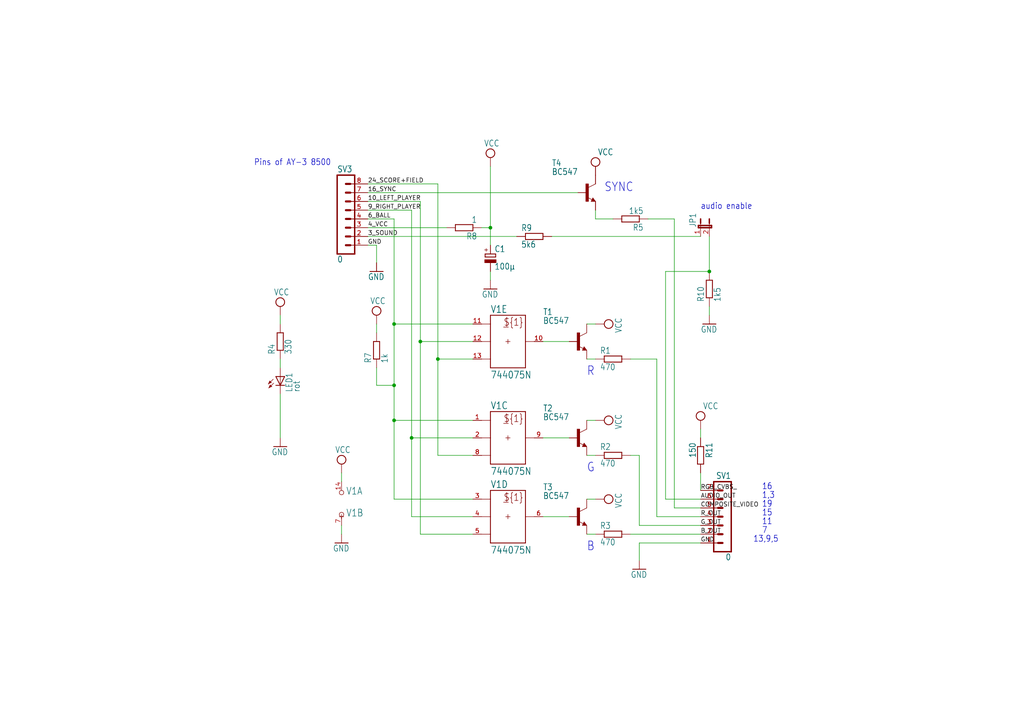
<source format=kicad_sch>
(kicad_sch
	(version 20231120)
	(generator "eeschema")
	(generator_version "8.0")
	(uuid "cc01c558-4ad3-43d7-bd36-27ef3c37a56c")
	(paper "A4")
	(lib_symbols
		(symbol "rgbpong-eagle-import:-NPN-TO92-ECB"
			(exclude_from_sim no)
			(in_bom yes)
			(on_board yes)
			(property "Reference" "T"
				(at -10.16 7.62 0)
				(effects
					(font
						(size 1.778 1.5113)
					)
					(justify left bottom)
				)
			)
			(property "Value" ""
				(at -10.16 5.08 0)
				(effects
					(font
						(size 1.778 1.5113)
					)
					(justify left bottom)
				)
			)
			(property "Footprint" "rgbpong:TO92-ECB"
				(at 0 0 0)
				(effects
					(font
						(size 1.27 1.27)
					)
					(hide yes)
				)
			)
			(property "Datasheet" ""
				(at 0 0 0)
				(effects
					(font
						(size 1.27 1.27)
					)
					(hide yes)
				)
			)
			(property "Description" "NPN Transistror\n\nBF959 corrected 2008.03.06"
				(at 0 0 0)
				(effects
					(font
						(size 1.27 1.27)
					)
					(hide yes)
				)
			)
			(property "ki_locked" ""
				(at 0 0 0)
				(effects
					(font
						(size 1.27 1.27)
					)
				)
			)
			(symbol "-NPN-TO92-ECB_1_0"
				(rectangle
					(start -0.254 -2.54)
					(end 0.508 2.54)
					(stroke
						(width 0)
						(type default)
					)
					(fill
						(type outline)
					)
				)
				(polyline
					(pts
						(xy 1.27 -2.54) (xy 1.778 -1.524)
					)
					(stroke
						(width 0.1524)
						(type solid)
					)
					(fill
						(type none)
					)
				)
				(polyline
					(pts
						(xy 1.524 -2.413) (xy 2.286 -2.413)
					)
					(stroke
						(width 0.254)
						(type solid)
					)
					(fill
						(type none)
					)
				)
				(polyline
					(pts
						(xy 1.524 -2.286) (xy 1.905 -2.286)
					)
					(stroke
						(width 0.254)
						(type solid)
					)
					(fill
						(type none)
					)
				)
				(polyline
					(pts
						(xy 1.54 -2.04) (xy 0.308 -1.424)
					)
					(stroke
						(width 0.1524)
						(type solid)
					)
					(fill
						(type none)
					)
				)
				(polyline
					(pts
						(xy 1.778 -1.778) (xy 1.524 -2.286)
					)
					(stroke
						(width 0.254)
						(type solid)
					)
					(fill
						(type none)
					)
				)
				(polyline
					(pts
						(xy 1.778 -1.524) (xy 2.54 -2.54)
					)
					(stroke
						(width 0.1524)
						(type solid)
					)
					(fill
						(type none)
					)
				)
				(polyline
					(pts
						(xy 1.905 -2.286) (xy 1.778 -2.032)
					)
					(stroke
						(width 0.254)
						(type solid)
					)
					(fill
						(type none)
					)
				)
				(polyline
					(pts
						(xy 2.286 -2.413) (xy 1.778 -1.778)
					)
					(stroke
						(width 0.254)
						(type solid)
					)
					(fill
						(type none)
					)
				)
				(polyline
					(pts
						(xy 2.54 -2.54) (xy 1.27 -2.54)
					)
					(stroke
						(width 0.1524)
						(type solid)
					)
					(fill
						(type none)
					)
				)
				(polyline
					(pts
						(xy 2.54 2.54) (xy 0.508 1.524)
					)
					(stroke
						(width 0.1524)
						(type solid)
					)
					(fill
						(type none)
					)
				)
				(pin passive line
					(at -2.54 0 0)
					(length 2.54)
					(name "B"
						(effects
							(font
								(size 0 0)
							)
						)
					)
					(number "B"
						(effects
							(font
								(size 0 0)
							)
						)
					)
				)
				(pin passive line
					(at 2.54 5.08 270)
					(length 2.54)
					(name "C"
						(effects
							(font
								(size 0 0)
							)
						)
					)
					(number "C"
						(effects
							(font
								(size 0 0)
							)
						)
					)
				)
				(pin passive line
					(at 2.54 -5.08 90)
					(length 2.54)
					(name "E"
						(effects
							(font
								(size 0 0)
							)
						)
					)
					(number "E"
						(effects
							(font
								(size 0 0)
							)
						)
					)
				)
			)
		)
		(symbol "rgbpong-eagle-import:744075N"
			(exclude_from_sim no)
			(in_bom yes)
			(on_board yes)
			(property "Reference" "V"
				(at -5.08 8.255 0)
				(effects
					(font
						(size 2.032 1.7272)
					)
					(justify left bottom)
				)
			)
			(property "Value" ""
				(at -5.08 -10.795 0)
				(effects
					(font
						(size 2.032 1.7272)
					)
					(justify left bottom)
					(hide yes)
				)
			)
			(property "Footprint" "rgbpong:DIL14"
				(at 0 0 0)
				(effects
					(font
						(size 1.27 1.27)
					)
					(hide yes)
				)
			)
			(property "Datasheet" ""
				(at 0 0 0)
				(effects
					(font
						(size 1.27 1.27)
					)
					(hide yes)
				)
			)
			(property "Description" "Triple 3-input OR"
				(at 0 0 0)
				(effects
					(font
						(size 1.27 1.27)
					)
					(hide yes)
				)
			)
			(property "ki_locked" ""
				(at 0 0 0)
				(effects
					(font
						(size 1.27 1.27)
					)
				)
			)
			(symbol "744075N_1_0"
				(circle
					(center 0 -0.635)
					(radius 0.635)
					(stroke
						(width 0.1524)
						(type solid)
					)
					(fill
						(type none)
					)
				)
				(pin power_in line
					(at 0 2.54 270)
					(length 2.54)
					(name "+UB"
						(effects
							(font
								(size 0 0)
							)
						)
					)
					(number "14"
						(effects
							(font
								(size 1.27 1.27)
							)
						)
					)
				)
			)
			(symbol "744075N_2_0"
				(polyline
					(pts
						(xy 0 -0.635) (xy 0 0.635)
					)
					(stroke
						(width 0)
						(type solid)
					)
					(fill
						(type none)
					)
				)
				(polyline
					(pts
						(xy 0.635 0) (xy -0.635 0)
					)
					(stroke
						(width 0)
						(type solid)
					)
					(fill
						(type none)
					)
				)
				(circle
					(center 0 0.635)
					(radius 0.635)
					(stroke
						(width 0.1524)
						(type solid)
					)
					(fill
						(type none)
					)
				)
				(pin power_in line
					(at 0 -2.54 90)
					(length 2.54)
					(name "-UB"
						(effects
							(font
								(size 0 0)
							)
						)
					)
					(number "7"
						(effects
							(font
								(size 1.27 1.27)
							)
						)
					)
				)
			)
			(symbol "744075N_3_0"
				(polyline
					(pts
						(xy -7.62 -5.08) (xy -5.08 -5.08)
					)
					(stroke
						(width 0.1524)
						(type solid)
					)
					(fill
						(type none)
					)
				)
				(polyline
					(pts
						(xy -7.62 0) (xy -5.08 0)
					)
					(stroke
						(width 0.1524)
						(type solid)
					)
					(fill
						(type none)
					)
				)
				(polyline
					(pts
						(xy -7.62 5.08) (xy -5.08 5.08)
					)
					(stroke
						(width 0.1524)
						(type solid)
					)
					(fill
						(type none)
					)
				)
				(polyline
					(pts
						(xy -5.08 -7.62) (xy -5.08 -5.08)
					)
					(stroke
						(width 0.254)
						(type solid)
					)
					(fill
						(type none)
					)
				)
				(polyline
					(pts
						(xy -5.08 -7.62) (xy 5.08 -7.62)
					)
					(stroke
						(width 0.254)
						(type solid)
					)
					(fill
						(type none)
					)
				)
				(polyline
					(pts
						(xy -5.08 -5.08) (xy -5.08 0)
					)
					(stroke
						(width 0.254)
						(type solid)
					)
					(fill
						(type none)
					)
				)
				(polyline
					(pts
						(xy -5.08 0) (xy -5.08 5.08)
					)
					(stroke
						(width 0.254)
						(type solid)
					)
					(fill
						(type none)
					)
				)
				(polyline
					(pts
						(xy -5.08 5.08) (xy -5.08 7.62)
					)
					(stroke
						(width 0.254)
						(type solid)
					)
					(fill
						(type none)
					)
				)
				(polyline
					(pts
						(xy -1.27 4.191) (xy 0.127 4.191)
					)
					(stroke
						(width 0.1524)
						(type solid)
					)
					(fill
						(type none)
					)
				)
				(polyline
					(pts
						(xy -0.635 0) (xy 0.635 0)
					)
					(stroke
						(width 0)
						(type solid)
					)
					(fill
						(type none)
					)
				)
				(polyline
					(pts
						(xy 0 0.635) (xy 0 -0.635)
					)
					(stroke
						(width 0)
						(type solid)
					)
					(fill
						(type none)
					)
				)
				(polyline
					(pts
						(xy 5.08 0) (xy 5.08 -7.62)
					)
					(stroke
						(width 0.254)
						(type solid)
					)
					(fill
						(type none)
					)
				)
				(polyline
					(pts
						(xy 5.08 0) (xy 7.62 0)
					)
					(stroke
						(width 0.1524)
						(type solid)
					)
					(fill
						(type none)
					)
				)
				(polyline
					(pts
						(xy 5.08 7.62) (xy -5.08 7.62)
					)
					(stroke
						(width 0.254)
						(type solid)
					)
					(fill
						(type none)
					)
				)
				(polyline
					(pts
						(xy 5.08 7.62) (xy 5.08 0)
					)
					(stroke
						(width 0.254)
						(type solid)
					)
					(fill
						(type none)
					)
				)
				(text "${1}"
					(at -1.27 4.445 0)
					(effects
						(font
							(size 2.032 1.7272)
						)
						(justify left bottom)
					)
				)
				(pin input line
					(at -10.16 5.08 0)
					(length 2.54)
					(name "A"
						(effects
							(font
								(size 0 0)
							)
						)
					)
					(number "1"
						(effects
							(font
								(size 1.27 1.27)
							)
						)
					)
				)
				(pin input line
					(at -10.16 0 0)
					(length 2.54)
					(name "B"
						(effects
							(font
								(size 0 0)
							)
						)
					)
					(number "2"
						(effects
							(font
								(size 1.27 1.27)
							)
						)
					)
				)
				(pin input line
					(at -10.16 -5.08 0)
					(length 2.54)
					(name "C"
						(effects
							(font
								(size 0 0)
							)
						)
					)
					(number "8"
						(effects
							(font
								(size 1.27 1.27)
							)
						)
					)
				)
				(pin output line
					(at 10.16 0 180)
					(length 2.54)
					(name "Y"
						(effects
							(font
								(size 0 0)
							)
						)
					)
					(number "9"
						(effects
							(font
								(size 1.27 1.27)
							)
						)
					)
				)
			)
			(symbol "744075N_4_0"
				(polyline
					(pts
						(xy -7.62 -5.08) (xy -5.08 -5.08)
					)
					(stroke
						(width 0.1524)
						(type solid)
					)
					(fill
						(type none)
					)
				)
				(polyline
					(pts
						(xy -7.62 0) (xy -5.08 0)
					)
					(stroke
						(width 0.1524)
						(type solid)
					)
					(fill
						(type none)
					)
				)
				(polyline
					(pts
						(xy -7.62 5.08) (xy -5.08 5.08)
					)
					(stroke
						(width 0.1524)
						(type solid)
					)
					(fill
						(type none)
					)
				)
				(polyline
					(pts
						(xy -5.08 -7.62) (xy -5.08 -5.08)
					)
					(stroke
						(width 0.254)
						(type solid)
					)
					(fill
						(type none)
					)
				)
				(polyline
					(pts
						(xy -5.08 -7.62) (xy 5.08 -7.62)
					)
					(stroke
						(width 0.254)
						(type solid)
					)
					(fill
						(type none)
					)
				)
				(polyline
					(pts
						(xy -5.08 -5.08) (xy -5.08 0)
					)
					(stroke
						(width 0.254)
						(type solid)
					)
					(fill
						(type none)
					)
				)
				(polyline
					(pts
						(xy -5.08 0) (xy -5.08 5.08)
					)
					(stroke
						(width 0.254)
						(type solid)
					)
					(fill
						(type none)
					)
				)
				(polyline
					(pts
						(xy -5.08 5.08) (xy -5.08 7.62)
					)
					(stroke
						(width 0.254)
						(type solid)
					)
					(fill
						(type none)
					)
				)
				(polyline
					(pts
						(xy -1.27 4.191) (xy 0.127 4.191)
					)
					(stroke
						(width 0.1524)
						(type solid)
					)
					(fill
						(type none)
					)
				)
				(polyline
					(pts
						(xy -0.635 0) (xy 0.635 0)
					)
					(stroke
						(width 0)
						(type solid)
					)
					(fill
						(type none)
					)
				)
				(polyline
					(pts
						(xy 0 0.635) (xy 0 -0.635)
					)
					(stroke
						(width 0)
						(type solid)
					)
					(fill
						(type none)
					)
				)
				(polyline
					(pts
						(xy 5.08 0) (xy 5.08 -7.62)
					)
					(stroke
						(width 0.254)
						(type solid)
					)
					(fill
						(type none)
					)
				)
				(polyline
					(pts
						(xy 5.08 0) (xy 7.62 0)
					)
					(stroke
						(width 0.1524)
						(type solid)
					)
					(fill
						(type none)
					)
				)
				(polyline
					(pts
						(xy 5.08 7.62) (xy -5.08 7.62)
					)
					(stroke
						(width 0.254)
						(type solid)
					)
					(fill
						(type none)
					)
				)
				(polyline
					(pts
						(xy 5.08 7.62) (xy 5.08 0)
					)
					(stroke
						(width 0.254)
						(type solid)
					)
					(fill
						(type none)
					)
				)
				(text "${1}"
					(at -1.27 4.445 0)
					(effects
						(font
							(size 2.032 1.7272)
						)
						(justify left bottom)
					)
				)
				(pin input line
					(at -10.16 5.08 0)
					(length 2.54)
					(name "A"
						(effects
							(font
								(size 0 0)
							)
						)
					)
					(number "3"
						(effects
							(font
								(size 1.27 1.27)
							)
						)
					)
				)
				(pin input line
					(at -10.16 0 0)
					(length 2.54)
					(name "B"
						(effects
							(font
								(size 0 0)
							)
						)
					)
					(number "4"
						(effects
							(font
								(size 1.27 1.27)
							)
						)
					)
				)
				(pin input line
					(at -10.16 -5.08 0)
					(length 2.54)
					(name "C"
						(effects
							(font
								(size 0 0)
							)
						)
					)
					(number "5"
						(effects
							(font
								(size 1.27 1.27)
							)
						)
					)
				)
				(pin output line
					(at 10.16 0 180)
					(length 2.54)
					(name "Y"
						(effects
							(font
								(size 0 0)
							)
						)
					)
					(number "6"
						(effects
							(font
								(size 1.27 1.27)
							)
						)
					)
				)
			)
			(symbol "744075N_5_0"
				(polyline
					(pts
						(xy -7.62 -5.08) (xy -5.08 -5.08)
					)
					(stroke
						(width 0.1524)
						(type solid)
					)
					(fill
						(type none)
					)
				)
				(polyline
					(pts
						(xy -7.62 0) (xy -5.08 0)
					)
					(stroke
						(width 0.1524)
						(type solid)
					)
					(fill
						(type none)
					)
				)
				(polyline
					(pts
						(xy -7.62 5.08) (xy -5.08 5.08)
					)
					(stroke
						(width 0.1524)
						(type solid)
					)
					(fill
						(type none)
					)
				)
				(polyline
					(pts
						(xy -5.08 -7.62) (xy -5.08 -5.08)
					)
					(stroke
						(width 0.254)
						(type solid)
					)
					(fill
						(type none)
					)
				)
				(polyline
					(pts
						(xy -5.08 -7.62) (xy 5.08 -7.62)
					)
					(stroke
						(width 0.254)
						(type solid)
					)
					(fill
						(type none)
					)
				)
				(polyline
					(pts
						(xy -5.08 -5.08) (xy -5.08 0)
					)
					(stroke
						(width 0.254)
						(type solid)
					)
					(fill
						(type none)
					)
				)
				(polyline
					(pts
						(xy -5.08 0) (xy -5.08 5.08)
					)
					(stroke
						(width 0.254)
						(type solid)
					)
					(fill
						(type none)
					)
				)
				(polyline
					(pts
						(xy -5.08 5.08) (xy -5.08 7.62)
					)
					(stroke
						(width 0.254)
						(type solid)
					)
					(fill
						(type none)
					)
				)
				(polyline
					(pts
						(xy -1.27 4.191) (xy 0.127 4.191)
					)
					(stroke
						(width 0.1524)
						(type solid)
					)
					(fill
						(type none)
					)
				)
				(polyline
					(pts
						(xy -0.635 0) (xy 0.635 0)
					)
					(stroke
						(width 0)
						(type solid)
					)
					(fill
						(type none)
					)
				)
				(polyline
					(pts
						(xy 0 0.635) (xy 0 -0.635)
					)
					(stroke
						(width 0)
						(type solid)
					)
					(fill
						(type none)
					)
				)
				(polyline
					(pts
						(xy 5.08 0) (xy 5.08 -7.62)
					)
					(stroke
						(width 0.254)
						(type solid)
					)
					(fill
						(type none)
					)
				)
				(polyline
					(pts
						(xy 5.08 0) (xy 7.62 0)
					)
					(stroke
						(width 0.1524)
						(type solid)
					)
					(fill
						(type none)
					)
				)
				(polyline
					(pts
						(xy 5.08 7.62) (xy -5.08 7.62)
					)
					(stroke
						(width 0.254)
						(type solid)
					)
					(fill
						(type none)
					)
				)
				(polyline
					(pts
						(xy 5.08 7.62) (xy 5.08 0)
					)
					(stroke
						(width 0.254)
						(type solid)
					)
					(fill
						(type none)
					)
				)
				(text "${1}"
					(at -1.27 4.445 0)
					(effects
						(font
							(size 2.032 1.7272)
						)
						(justify left bottom)
					)
				)
				(pin output line
					(at 10.16 0 180)
					(length 2.54)
					(name "Y"
						(effects
							(font
								(size 0 0)
							)
						)
					)
					(number "10"
						(effects
							(font
								(size 1.27 1.27)
							)
						)
					)
				)
				(pin input line
					(at -10.16 5.08 0)
					(length 2.54)
					(name "A"
						(effects
							(font
								(size 0 0)
							)
						)
					)
					(number "11"
						(effects
							(font
								(size 1.27 1.27)
							)
						)
					)
				)
				(pin input line
					(at -10.16 0 0)
					(length 2.54)
					(name "B"
						(effects
							(font
								(size 0 0)
							)
						)
					)
					(number "12"
						(effects
							(font
								(size 1.27 1.27)
							)
						)
					)
				)
				(pin input line
					(at -10.16 -5.08 0)
					(length 2.54)
					(name "C"
						(effects
							(font
								(size 0 0)
							)
						)
					)
					(number "13"
						(effects
							(font
								(size 1.27 1.27)
							)
						)
					)
				)
			)
		)
		(symbol "rgbpong-eagle-import:CPOL-EUE2.5-5"
			(exclude_from_sim no)
			(in_bom yes)
			(on_board yes)
			(property "Reference" "C"
				(at 1.143 0.4826 0)
				(effects
					(font
						(size 1.778 1.5113)
					)
					(justify left bottom)
				)
			)
			(property "Value" ""
				(at 1.143 -4.5974 0)
				(effects
					(font
						(size 1.778 1.5113)
					)
					(justify left bottom)
				)
			)
			(property "Footprint" "rgbpong:E2,5-5"
				(at 0 0 0)
				(effects
					(font
						(size 1.27 1.27)
					)
					(hide yes)
				)
			)
			(property "Datasheet" ""
				(at 0 0 0)
				(effects
					(font
						(size 1.27 1.27)
					)
					(hide yes)
				)
			)
			(property "Description" "POLARIZED CAPACITOR, European symbol"
				(at 0 0 0)
				(effects
					(font
						(size 1.27 1.27)
					)
					(hide yes)
				)
			)
			(property "ki_locked" ""
				(at 0 0 0)
				(effects
					(font
						(size 1.27 1.27)
					)
				)
			)
			(symbol "CPOL-EUE2.5-5_1_0"
				(rectangle
					(start -1.651 -2.54)
					(end 1.651 -1.651)
					(stroke
						(width 0)
						(type default)
					)
					(fill
						(type outline)
					)
				)
				(polyline
					(pts
						(xy -1.524 -0.889) (xy 1.524 -0.889)
					)
					(stroke
						(width 0.254)
						(type solid)
					)
					(fill
						(type none)
					)
				)
				(polyline
					(pts
						(xy -1.524 0) (xy -1.524 -0.889)
					)
					(stroke
						(width 0.254)
						(type solid)
					)
					(fill
						(type none)
					)
				)
				(polyline
					(pts
						(xy -1.524 0) (xy 1.524 0)
					)
					(stroke
						(width 0.254)
						(type solid)
					)
					(fill
						(type none)
					)
				)
				(polyline
					(pts
						(xy 1.524 -0.889) (xy 1.524 0)
					)
					(stroke
						(width 0.254)
						(type solid)
					)
					(fill
						(type none)
					)
				)
				(text "+"
					(at -0.5842 0.4064 900)
					(effects
						(font
							(size 1.27 1.0795)
						)
						(justify left bottom)
					)
				)
				(pin passive line
					(at 0 2.54 270)
					(length 2.54)
					(name "+"
						(effects
							(font
								(size 0 0)
							)
						)
					)
					(number "+"
						(effects
							(font
								(size 0 0)
							)
						)
					)
				)
				(pin passive line
					(at 0 -5.08 90)
					(length 2.54)
					(name "-"
						(effects
							(font
								(size 0 0)
							)
						)
					)
					(number "-"
						(effects
							(font
								(size 0 0)
							)
						)
					)
				)
			)
		)
		(symbol "rgbpong-eagle-import:GND"
			(power)
			(exclude_from_sim no)
			(in_bom yes)
			(on_board yes)
			(property "Reference" "#GND"
				(at 0 0 0)
				(effects
					(font
						(size 1.27 1.27)
					)
					(hide yes)
				)
			)
			(property "Value" ""
				(at -2.54 -2.54 0)
				(effects
					(font
						(size 1.778 1.5113)
					)
					(justify left bottom)
				)
			)
			(property "Footprint" ""
				(at 0 0 0)
				(effects
					(font
						(size 1.27 1.27)
					)
					(hide yes)
				)
			)
			(property "Datasheet" ""
				(at 0 0 0)
				(effects
					(font
						(size 1.27 1.27)
					)
					(hide yes)
				)
			)
			(property "Description" "SUPPLY SYMBOL"
				(at 0 0 0)
				(effects
					(font
						(size 1.27 1.27)
					)
					(hide yes)
				)
			)
			(property "ki_locked" ""
				(at 0 0 0)
				(effects
					(font
						(size 1.27 1.27)
					)
				)
			)
			(symbol "GND_1_0"
				(polyline
					(pts
						(xy -1.905 0) (xy 1.905 0)
					)
					(stroke
						(width 0.254)
						(type solid)
					)
					(fill
						(type none)
					)
				)
				(pin power_in line
					(at 0 2.54 270)
					(length 2.54)
					(name "GND"
						(effects
							(font
								(size 0 0)
							)
						)
					)
					(number "1"
						(effects
							(font
								(size 0 0)
							)
						)
					)
				)
			)
		)
		(symbol "rgbpong-eagle-import:JP1E"
			(exclude_from_sim no)
			(in_bom yes)
			(on_board yes)
			(property "Reference" "JP"
				(at -1.27 0 90)
				(effects
					(font
						(size 1.778 1.5113)
					)
					(justify left bottom)
				)
			)
			(property "Value" ""
				(at 5.715 0 90)
				(effects
					(font
						(size 1.778 1.5113)
					)
					(justify left bottom)
				)
			)
			(property "Footprint" "rgbpong:JP1"
				(at 0 0 0)
				(effects
					(font
						(size 1.27 1.27)
					)
					(hide yes)
				)
			)
			(property "Datasheet" ""
				(at 0 0 0)
				(effects
					(font
						(size 1.27 1.27)
					)
					(hide yes)
				)
			)
			(property "Description" "JUMPER"
				(at 0 0 0)
				(effects
					(font
						(size 1.27 1.27)
					)
					(hide yes)
				)
			)
			(property "ki_locked" ""
				(at 0 0 0)
				(effects
					(font
						(size 1.27 1.27)
					)
				)
			)
			(symbol "JP1E_1_0"
				(polyline
					(pts
						(xy -0.635 0) (xy 3.175 0)
					)
					(stroke
						(width 0.4064)
						(type solid)
					)
					(fill
						(type none)
					)
				)
				(polyline
					(pts
						(xy -0.635 0.635) (xy -0.635 0)
					)
					(stroke
						(width 0.4064)
						(type solid)
					)
					(fill
						(type none)
					)
				)
				(polyline
					(pts
						(xy 0 0) (xy 0 1.27)
					)
					(stroke
						(width 0.1524)
						(type solid)
					)
					(fill
						(type none)
					)
				)
				(polyline
					(pts
						(xy 0 2.54) (xy 0 1.27)
					)
					(stroke
						(width 0.4064)
						(type solid)
					)
					(fill
						(type none)
					)
				)
				(polyline
					(pts
						(xy 2.54 0) (xy 2.54 1.27)
					)
					(stroke
						(width 0.1524)
						(type solid)
					)
					(fill
						(type none)
					)
				)
				(polyline
					(pts
						(xy 2.54 2.54) (xy 2.54 1.27)
					)
					(stroke
						(width 0.4064)
						(type solid)
					)
					(fill
						(type none)
					)
				)
				(polyline
					(pts
						(xy 3.175 0) (xy 3.175 0.635)
					)
					(stroke
						(width 0.4064)
						(type solid)
					)
					(fill
						(type none)
					)
				)
				(polyline
					(pts
						(xy 3.175 0.635) (xy -0.635 0.635)
					)
					(stroke
						(width 0.4064)
						(type solid)
					)
					(fill
						(type none)
					)
				)
				(pin passive line
					(at 0 -2.54 90)
					(length 2.54)
					(name "1"
						(effects
							(font
								(size 0 0)
							)
						)
					)
					(number "1"
						(effects
							(font
								(size 1.27 1.27)
							)
						)
					)
				)
				(pin passive line
					(at 2.54 -2.54 90)
					(length 2.54)
					(name "2"
						(effects
							(font
								(size 0 0)
							)
						)
					)
					(number "2"
						(effects
							(font
								(size 1.27 1.27)
							)
						)
					)
				)
			)
		)
		(symbol "rgbpong-eagle-import:LED3MM"
			(exclude_from_sim no)
			(in_bom yes)
			(on_board yes)
			(property "Reference" "LED"
				(at 3.556 -4.572 90)
				(effects
					(font
						(size 1.778 1.5113)
					)
					(justify left bottom)
				)
			)
			(property "Value" ""
				(at 5.715 -4.572 90)
				(effects
					(font
						(size 1.778 1.5113)
					)
					(justify left bottom)
				)
			)
			(property "Footprint" "rgbpong:LED3MM"
				(at 0 0 0)
				(effects
					(font
						(size 1.27 1.27)
					)
					(hide yes)
				)
			)
			(property "Datasheet" ""
				(at 0 0 0)
				(effects
					(font
						(size 1.27 1.27)
					)
					(hide yes)
				)
			)
			(property "Description" "LED\n\nOSRAM:\n- CHIPLED\nLG R971, LG N971, LY N971, LG Q971, LY Q971, LO R971, LY R971 LH N974, LH R974\nLS Q976, LO Q976, LY Q976\nLO Q996\n- Hyper CHIPLED\nLW Q18S\nLB Q993, LB Q99A, LB R99A\n- SideLED\nLS A670, LO A670, LY A670, LG A670, LP A670\nLB A673, LV A673, LT A673, LW A673\nLH A674\nLY A675\nLS A676, LA A676, LO A676, LY A676, LW A676\nLS A679, LY A679, LG A679\n-  Hyper Micro SIDELED®\nLS Y876, LA Y876, LO Y876, LY Y876\nLT Y87S\n- SmartLED\nLW L88C, LW L88S\nLB L89C, LB L89S, LG L890\nLS L89K, LO L89K, LY L89K\nLS L896, LA L896, LO L896, LY L896\n- TOPLED\nLS T670, LO T670, LY T670, LG T670, LP T670\nLSG T670, LSP T670, LSY T670, LOP T670, LYG T670\nLG T671, LOG T671, LSG T671\nLB T673, LV T673, LT T673, LW T673\nLH T674\nLS T676, LA T676, LO T676, LY T676, LB T676, LH T676, LSB T676, LW T676\nLB T67C, LV T67C, LT T67C, LS T67K, LO T67K, LY T67K, LW E67C\nLS E67B, LA E67B, LO E67B, LY E67B, LB E67C, LV E67C, LT E67C\nLW T67C\nLS T679, LY T679, LG T679\nLS T770, LO T770, LY T770, LG T770, LP T770\nLB T773, LV T773, LT T773, LW T773\nLH T774\nLS E675, LA E675, LY E675, LS T675\nLS T776, LA T776, LO T776, LY T776, LB T776\nLHGB T686\nLT T68C, LB T68C\n- Hyper Mini TOPLED®\nLB M676\n- Mini TOPLED Santana®\nLG M470\nLS M47K, LO M47K, LY M47K\n\nSource: http://www.osram.convergy.de\n\nLUXEON:\n- LUMILED®\nLXK2-PW12-R00, LXK2-PW12-S00, LXK2-PW14-U00, LXK2-PW14-V00\nLXK2-PM12-R00, LXK2-PM12-S00, LXK2-PM14-U00\nLXK2-PE12-Q00, LXK2-PE12-R00, LXK2-PE12-S00, LXK2-PE14-T00, LXK2-PE14-U00\nLXK2-PB12-K00, LXK2-PB12-L00, LXK2-PB12-M00, LXK2-PB14-N00, LXK2-PB14-P00, LXK2-PB14-Q00\nLXK2-PR12-L00, LXK2-PR12-M00, LXK2-PR14-Q00, LXK2-PR14-R00\nLXK2-PD12-Q00, LXK2-PD12-R00, LXK2-PD12-S00\nLXK2-PH12-R00, LXK2-PH12-S00\nLXK2-PL12-P00, LXK2-PL12-Q00, LXK2-PL12-R00\n\nSource: www.luxeon.com\n\nKINGBRIGHT:\n\nKA-3528ASYC\nSource: www.kingbright.com"
				(at 0 0 0)
				(effects
					(font
						(size 1.27 1.27)
					)
					(hide yes)
				)
			)
			(property "ki_locked" ""
				(at 0 0 0)
				(effects
					(font
						(size 1.27 1.27)
					)
				)
			)
			(symbol "LED3MM_1_0"
				(polyline
					(pts
						(xy -2.032 -0.762) (xy -3.429 -2.159)
					)
					(stroke
						(width 0.1524)
						(type solid)
					)
					(fill
						(type none)
					)
				)
				(polyline
					(pts
						(xy -1.905 -1.905) (xy -3.302 -3.302)
					)
					(stroke
						(width 0.1524)
						(type solid)
					)
					(fill
						(type none)
					)
				)
				(polyline
					(pts
						(xy 0 -2.54) (xy -1.27 -2.54)
					)
					(stroke
						(width 0.254)
						(type solid)
					)
					(fill
						(type none)
					)
				)
				(polyline
					(pts
						(xy 0 -2.54) (xy -1.27 0)
					)
					(stroke
						(width 0.254)
						(type solid)
					)
					(fill
						(type none)
					)
				)
				(polyline
					(pts
						(xy 0 0) (xy -1.27 0)
					)
					(stroke
						(width 0.254)
						(type solid)
					)
					(fill
						(type none)
					)
				)
				(polyline
					(pts
						(xy 0 0) (xy 0 -2.54)
					)
					(stroke
						(width 0.1524)
						(type solid)
					)
					(fill
						(type none)
					)
				)
				(polyline
					(pts
						(xy 1.27 -2.54) (xy 0 -2.54)
					)
					(stroke
						(width 0.254)
						(type solid)
					)
					(fill
						(type none)
					)
				)
				(polyline
					(pts
						(xy 1.27 0) (xy 0 -2.54)
					)
					(stroke
						(width 0.254)
						(type solid)
					)
					(fill
						(type none)
					)
				)
				(polyline
					(pts
						(xy 1.27 0) (xy 0 0)
					)
					(stroke
						(width 0.254)
						(type solid)
					)
					(fill
						(type none)
					)
				)
				(polyline
					(pts
						(xy -3.429 -2.159) (xy -3.048 -1.27) (xy -2.54 -1.778)
					)
					(stroke
						(width 0.1524)
						(type solid)
					)
					(fill
						(type outline)
					)
				)
				(polyline
					(pts
						(xy -3.302 -3.302) (xy -2.921 -2.413) (xy -2.413 -2.921)
					)
					(stroke
						(width 0.1524)
						(type solid)
					)
					(fill
						(type outline)
					)
				)
				(pin passive line
					(at 0 2.54 270)
					(length 2.54)
					(name "A"
						(effects
							(font
								(size 0 0)
							)
						)
					)
					(number "A"
						(effects
							(font
								(size 0 0)
							)
						)
					)
				)
				(pin passive line
					(at 0 -5.08 90)
					(length 2.54)
					(name "C"
						(effects
							(font
								(size 0 0)
							)
						)
					)
					(number "K"
						(effects
							(font
								(size 0 0)
							)
						)
					)
				)
			)
		)
		(symbol "rgbpong-eagle-import:MA07-1"
			(exclude_from_sim no)
			(in_bom yes)
			(on_board yes)
			(property "Reference" "SV"
				(at -1.27 10.922 0)
				(effects
					(font
						(size 1.778 1.5113)
					)
					(justify left bottom)
				)
			)
			(property "Value" ""
				(at -1.27 -12.7 0)
				(effects
					(font
						(size 1.778 1.5113)
					)
					(justify left bottom)
				)
			)
			(property "Footprint" "rgbpong:MA07-1"
				(at 0 0 0)
				(effects
					(font
						(size 1.27 1.27)
					)
					(hide yes)
				)
			)
			(property "Datasheet" ""
				(at 0 0 0)
				(effects
					(font
						(size 1.27 1.27)
					)
					(hide yes)
				)
			)
			(property "Description" "PIN HEADER"
				(at 0 0 0)
				(effects
					(font
						(size 1.27 1.27)
					)
					(hide yes)
				)
			)
			(property "ki_locked" ""
				(at 0 0 0)
				(effects
					(font
						(size 1.27 1.27)
					)
				)
			)
			(symbol "MA07-1_1_0"
				(polyline
					(pts
						(xy -1.27 10.16) (xy -1.27 -10.16)
					)
					(stroke
						(width 0.4064)
						(type solid)
					)
					(fill
						(type none)
					)
				)
				(polyline
					(pts
						(xy -1.27 10.16) (xy 3.81 10.16)
					)
					(stroke
						(width 0.4064)
						(type solid)
					)
					(fill
						(type none)
					)
				)
				(polyline
					(pts
						(xy 1.27 -7.62) (xy 2.54 -7.62)
					)
					(stroke
						(width 0.6096)
						(type solid)
					)
					(fill
						(type none)
					)
				)
				(polyline
					(pts
						(xy 1.27 -5.08) (xy 2.54 -5.08)
					)
					(stroke
						(width 0.6096)
						(type solid)
					)
					(fill
						(type none)
					)
				)
				(polyline
					(pts
						(xy 1.27 -2.54) (xy 2.54 -2.54)
					)
					(stroke
						(width 0.6096)
						(type solid)
					)
					(fill
						(type none)
					)
				)
				(polyline
					(pts
						(xy 1.27 0) (xy 2.54 0)
					)
					(stroke
						(width 0.6096)
						(type solid)
					)
					(fill
						(type none)
					)
				)
				(polyline
					(pts
						(xy 1.27 2.54) (xy 2.54 2.54)
					)
					(stroke
						(width 0.6096)
						(type solid)
					)
					(fill
						(type none)
					)
				)
				(polyline
					(pts
						(xy 1.27 5.08) (xy 2.54 5.08)
					)
					(stroke
						(width 0.6096)
						(type solid)
					)
					(fill
						(type none)
					)
				)
				(polyline
					(pts
						(xy 1.27 7.62) (xy 2.54 7.62)
					)
					(stroke
						(width 0.6096)
						(type solid)
					)
					(fill
						(type none)
					)
				)
				(polyline
					(pts
						(xy 3.81 -10.16) (xy -1.27 -10.16)
					)
					(stroke
						(width 0.4064)
						(type solid)
					)
					(fill
						(type none)
					)
				)
				(polyline
					(pts
						(xy 3.81 -10.16) (xy 3.81 10.16)
					)
					(stroke
						(width 0.4064)
						(type solid)
					)
					(fill
						(type none)
					)
				)
				(pin passive line
					(at 7.62 -7.62 180)
					(length 5.08)
					(name "1"
						(effects
							(font
								(size 0 0)
							)
						)
					)
					(number "1"
						(effects
							(font
								(size 1.27 1.27)
							)
						)
					)
				)
				(pin passive line
					(at 7.62 -5.08 180)
					(length 5.08)
					(name "2"
						(effects
							(font
								(size 0 0)
							)
						)
					)
					(number "2"
						(effects
							(font
								(size 1.27 1.27)
							)
						)
					)
				)
				(pin passive line
					(at 7.62 -2.54 180)
					(length 5.08)
					(name "3"
						(effects
							(font
								(size 0 0)
							)
						)
					)
					(number "3"
						(effects
							(font
								(size 1.27 1.27)
							)
						)
					)
				)
				(pin passive line
					(at 7.62 0 180)
					(length 5.08)
					(name "4"
						(effects
							(font
								(size 0 0)
							)
						)
					)
					(number "4"
						(effects
							(font
								(size 1.27 1.27)
							)
						)
					)
				)
				(pin passive line
					(at 7.62 2.54 180)
					(length 5.08)
					(name "5"
						(effects
							(font
								(size 0 0)
							)
						)
					)
					(number "5"
						(effects
							(font
								(size 1.27 1.27)
							)
						)
					)
				)
				(pin passive line
					(at 7.62 5.08 180)
					(length 5.08)
					(name "6"
						(effects
							(font
								(size 0 0)
							)
						)
					)
					(number "6"
						(effects
							(font
								(size 1.27 1.27)
							)
						)
					)
				)
				(pin passive line
					(at 7.62 7.62 180)
					(length 5.08)
					(name "7"
						(effects
							(font
								(size 0 0)
							)
						)
					)
					(number "7"
						(effects
							(font
								(size 1.27 1.27)
							)
						)
					)
				)
			)
		)
		(symbol "rgbpong-eagle-import:MA08-1"
			(exclude_from_sim no)
			(in_bom yes)
			(on_board yes)
			(property "Reference" "SV"
				(at -1.27 13.462 0)
				(effects
					(font
						(size 1.778 1.5113)
					)
					(justify left bottom)
				)
			)
			(property "Value" ""
				(at -1.27 -12.7 0)
				(effects
					(font
						(size 1.778 1.5113)
					)
					(justify left bottom)
				)
			)
			(property "Footprint" "rgbpong:MA08-1"
				(at 0 0 0)
				(effects
					(font
						(size 1.27 1.27)
					)
					(hide yes)
				)
			)
			(property "Datasheet" ""
				(at 0 0 0)
				(effects
					(font
						(size 1.27 1.27)
					)
					(hide yes)
				)
			)
			(property "Description" "PIN HEADER"
				(at 0 0 0)
				(effects
					(font
						(size 1.27 1.27)
					)
					(hide yes)
				)
			)
			(property "ki_locked" ""
				(at 0 0 0)
				(effects
					(font
						(size 1.27 1.27)
					)
				)
			)
			(symbol "MA08-1_1_0"
				(polyline
					(pts
						(xy -1.27 12.7) (xy -1.27 -10.16)
					)
					(stroke
						(width 0.4064)
						(type solid)
					)
					(fill
						(type none)
					)
				)
				(polyline
					(pts
						(xy -1.27 12.7) (xy 3.81 12.7)
					)
					(stroke
						(width 0.4064)
						(type solid)
					)
					(fill
						(type none)
					)
				)
				(polyline
					(pts
						(xy 1.27 -7.62) (xy 2.54 -7.62)
					)
					(stroke
						(width 0.6096)
						(type solid)
					)
					(fill
						(type none)
					)
				)
				(polyline
					(pts
						(xy 1.27 -5.08) (xy 2.54 -5.08)
					)
					(stroke
						(width 0.6096)
						(type solid)
					)
					(fill
						(type none)
					)
				)
				(polyline
					(pts
						(xy 1.27 -2.54) (xy 2.54 -2.54)
					)
					(stroke
						(width 0.6096)
						(type solid)
					)
					(fill
						(type none)
					)
				)
				(polyline
					(pts
						(xy 1.27 0) (xy 2.54 0)
					)
					(stroke
						(width 0.6096)
						(type solid)
					)
					(fill
						(type none)
					)
				)
				(polyline
					(pts
						(xy 1.27 2.54) (xy 2.54 2.54)
					)
					(stroke
						(width 0.6096)
						(type solid)
					)
					(fill
						(type none)
					)
				)
				(polyline
					(pts
						(xy 1.27 5.08) (xy 2.54 5.08)
					)
					(stroke
						(width 0.6096)
						(type solid)
					)
					(fill
						(type none)
					)
				)
				(polyline
					(pts
						(xy 1.27 7.62) (xy 2.54 7.62)
					)
					(stroke
						(width 0.6096)
						(type solid)
					)
					(fill
						(type none)
					)
				)
				(polyline
					(pts
						(xy 1.27 10.16) (xy 2.54 10.16)
					)
					(stroke
						(width 0.6096)
						(type solid)
					)
					(fill
						(type none)
					)
				)
				(polyline
					(pts
						(xy 3.81 -10.16) (xy -1.27 -10.16)
					)
					(stroke
						(width 0.4064)
						(type solid)
					)
					(fill
						(type none)
					)
				)
				(polyline
					(pts
						(xy 3.81 -10.16) (xy 3.81 12.7)
					)
					(stroke
						(width 0.4064)
						(type solid)
					)
					(fill
						(type none)
					)
				)
				(pin passive line
					(at 7.62 -7.62 180)
					(length 5.08)
					(name "1"
						(effects
							(font
								(size 0 0)
							)
						)
					)
					(number "1"
						(effects
							(font
								(size 1.27 1.27)
							)
						)
					)
				)
				(pin passive line
					(at 7.62 -5.08 180)
					(length 5.08)
					(name "2"
						(effects
							(font
								(size 0 0)
							)
						)
					)
					(number "2"
						(effects
							(font
								(size 1.27 1.27)
							)
						)
					)
				)
				(pin passive line
					(at 7.62 -2.54 180)
					(length 5.08)
					(name "3"
						(effects
							(font
								(size 0 0)
							)
						)
					)
					(number "3"
						(effects
							(font
								(size 1.27 1.27)
							)
						)
					)
				)
				(pin passive line
					(at 7.62 0 180)
					(length 5.08)
					(name "4"
						(effects
							(font
								(size 0 0)
							)
						)
					)
					(number "4"
						(effects
							(font
								(size 1.27 1.27)
							)
						)
					)
				)
				(pin passive line
					(at 7.62 2.54 180)
					(length 5.08)
					(name "5"
						(effects
							(font
								(size 0 0)
							)
						)
					)
					(number "5"
						(effects
							(font
								(size 1.27 1.27)
							)
						)
					)
				)
				(pin passive line
					(at 7.62 5.08 180)
					(length 5.08)
					(name "6"
						(effects
							(font
								(size 0 0)
							)
						)
					)
					(number "6"
						(effects
							(font
								(size 1.27 1.27)
							)
						)
					)
				)
				(pin passive line
					(at 7.62 7.62 180)
					(length 5.08)
					(name "7"
						(effects
							(font
								(size 0 0)
							)
						)
					)
					(number "7"
						(effects
							(font
								(size 1.27 1.27)
							)
						)
					)
				)
				(pin passive line
					(at 7.62 10.16 180)
					(length 5.08)
					(name "8"
						(effects
							(font
								(size 0 0)
							)
						)
					)
					(number "8"
						(effects
							(font
								(size 1.27 1.27)
							)
						)
					)
				)
			)
		)
		(symbol "rgbpong-eagle-import:R-EU_0207/10"
			(exclude_from_sim no)
			(in_bom yes)
			(on_board yes)
			(property "Reference" "R"
				(at -3.81 1.4986 0)
				(effects
					(font
						(size 1.778 1.5113)
					)
					(justify left bottom)
				)
			)
			(property "Value" ""
				(at -3.81 -3.302 0)
				(effects
					(font
						(size 1.778 1.5113)
					)
					(justify left bottom)
				)
			)
			(property "Footprint" "rgbpong:0207_10"
				(at 0 0 0)
				(effects
					(font
						(size 1.27 1.27)
					)
					(hide yes)
				)
			)
			(property "Datasheet" ""
				(at 0 0 0)
				(effects
					(font
						(size 1.27 1.27)
					)
					(hide yes)
				)
			)
			(property "Description" "RESISTOR, European symbol"
				(at 0 0 0)
				(effects
					(font
						(size 1.27 1.27)
					)
					(hide yes)
				)
			)
			(property "ki_locked" ""
				(at 0 0 0)
				(effects
					(font
						(size 1.27 1.27)
					)
				)
			)
			(symbol "R-EU_0207/10_1_0"
				(polyline
					(pts
						(xy -2.54 -0.889) (xy -2.54 0.889)
					)
					(stroke
						(width 0.254)
						(type solid)
					)
					(fill
						(type none)
					)
				)
				(polyline
					(pts
						(xy -2.54 -0.889) (xy 2.54 -0.889)
					)
					(stroke
						(width 0.254)
						(type solid)
					)
					(fill
						(type none)
					)
				)
				(polyline
					(pts
						(xy 2.54 -0.889) (xy 2.54 0.889)
					)
					(stroke
						(width 0.254)
						(type solid)
					)
					(fill
						(type none)
					)
				)
				(polyline
					(pts
						(xy 2.54 0.889) (xy -2.54 0.889)
					)
					(stroke
						(width 0.254)
						(type solid)
					)
					(fill
						(type none)
					)
				)
				(pin passive line
					(at -5.08 0 0)
					(length 2.54)
					(name "1"
						(effects
							(font
								(size 0 0)
							)
						)
					)
					(number "1"
						(effects
							(font
								(size 0 0)
							)
						)
					)
				)
				(pin passive line
					(at 5.08 0 180)
					(length 2.54)
					(name "2"
						(effects
							(font
								(size 0 0)
							)
						)
					)
					(number "2"
						(effects
							(font
								(size 0 0)
							)
						)
					)
				)
			)
		)
		(symbol "rgbpong-eagle-import:R-EU_0207/15"
			(exclude_from_sim no)
			(in_bom yes)
			(on_board yes)
			(property "Reference" "R"
				(at -3.81 1.4986 0)
				(effects
					(font
						(size 1.778 1.5113)
					)
					(justify left bottom)
				)
			)
			(property "Value" ""
				(at -3.81 -3.302 0)
				(effects
					(font
						(size 1.778 1.5113)
					)
					(justify left bottom)
				)
			)
			(property "Footprint" "rgbpong:0207_15"
				(at 0 0 0)
				(effects
					(font
						(size 1.27 1.27)
					)
					(hide yes)
				)
			)
			(property "Datasheet" ""
				(at 0 0 0)
				(effects
					(font
						(size 1.27 1.27)
					)
					(hide yes)
				)
			)
			(property "Description" "RESISTOR, European symbol"
				(at 0 0 0)
				(effects
					(font
						(size 1.27 1.27)
					)
					(hide yes)
				)
			)
			(property "ki_locked" ""
				(at 0 0 0)
				(effects
					(font
						(size 1.27 1.27)
					)
				)
			)
			(symbol "R-EU_0207/15_1_0"
				(polyline
					(pts
						(xy -2.54 -0.889) (xy -2.54 0.889)
					)
					(stroke
						(width 0.254)
						(type solid)
					)
					(fill
						(type none)
					)
				)
				(polyline
					(pts
						(xy -2.54 -0.889) (xy 2.54 -0.889)
					)
					(stroke
						(width 0.254)
						(type solid)
					)
					(fill
						(type none)
					)
				)
				(polyline
					(pts
						(xy 2.54 -0.889) (xy 2.54 0.889)
					)
					(stroke
						(width 0.254)
						(type solid)
					)
					(fill
						(type none)
					)
				)
				(polyline
					(pts
						(xy 2.54 0.889) (xy -2.54 0.889)
					)
					(stroke
						(width 0.254)
						(type solid)
					)
					(fill
						(type none)
					)
				)
				(pin passive line
					(at -5.08 0 0)
					(length 2.54)
					(name "1"
						(effects
							(font
								(size 0 0)
							)
						)
					)
					(number "1"
						(effects
							(font
								(size 0 0)
							)
						)
					)
				)
				(pin passive line
					(at 5.08 0 180)
					(length 2.54)
					(name "2"
						(effects
							(font
								(size 0 0)
							)
						)
					)
					(number "2"
						(effects
							(font
								(size 0 0)
							)
						)
					)
				)
			)
		)
		(symbol "rgbpong-eagle-import:VCC"
			(power)
			(exclude_from_sim no)
			(in_bom yes)
			(on_board yes)
			(property "Reference" "#SUPPLY"
				(at 0 0 0)
				(effects
					(font
						(size 1.27 1.27)
					)
					(hide yes)
				)
			)
			(property "Value" ""
				(at -1.905 3.175 0)
				(effects
					(font
						(size 1.778 1.5113)
					)
					(justify left bottom)
				)
			)
			(property "Footprint" ""
				(at 0 0 0)
				(effects
					(font
						(size 1.27 1.27)
					)
					(hide yes)
				)
			)
			(property "Datasheet" ""
				(at 0 0 0)
				(effects
					(font
						(size 1.27 1.27)
					)
					(hide yes)
				)
			)
			(property "Description" "SUPPLY SYMBOL"
				(at 0 0 0)
				(effects
					(font
						(size 1.27 1.27)
					)
					(hide yes)
				)
			)
			(property "ki_locked" ""
				(at 0 0 0)
				(effects
					(font
						(size 1.27 1.27)
					)
				)
			)
			(symbol "VCC_1_0"
				(circle
					(center 0 1.27)
					(radius 1.27)
					(stroke
						(width 0.254)
						(type solid)
					)
					(fill
						(type none)
					)
				)
				(pin power_in line
					(at 0 -2.54 90)
					(length 2.54)
					(name "VCC"
						(effects
							(font
								(size 0 0)
							)
						)
					)
					(number "1"
						(effects
							(font
								(size 0 0)
							)
						)
					)
				)
			)
		)
	)
	(junction
		(at 121.92 99.06)
		(diameter 0)
		(color 0 0 0 0)
		(uuid "01ea9168-61c3-4d8c-937b-e298c31ae881")
	)
	(junction
		(at 142.24 66.04)
		(diameter 0)
		(color 0 0 0 0)
		(uuid "3ca1ae41-0da8-403f-8a28-f56efe1b3a1f")
	)
	(junction
		(at 127 104.14)
		(diameter 0)
		(color 0 0 0 0)
		(uuid "551655cc-4f35-4b81-819f-99d5dab20d36")
	)
	(junction
		(at 119.38 127)
		(diameter 0)
		(color 0 0 0 0)
		(uuid "66008a01-9116-42b0-85ed-74c08b10dc40")
	)
	(junction
		(at 114.3 121.92)
		(diameter 0)
		(color 0 0 0 0)
		(uuid "9979bd67-ff28-4e5c-b25b-4f0f0529e139")
	)
	(junction
		(at 114.3 93.98)
		(diameter 0)
		(color 0 0 0 0)
		(uuid "a6cde417-b7a8-48f0-9a4c-8449e6625f6c")
	)
	(junction
		(at 205.74 78.74)
		(diameter 0)
		(color 0 0 0 0)
		(uuid "c38ffaa1-5ebf-4620-a8d6-45abf88b4e9c")
	)
	(junction
		(at 114.3 111.76)
		(diameter 0)
		(color 0 0 0 0)
		(uuid "f322c42d-0ec6-4467-820a-398bb769446d")
	)
	(wire
		(pts
			(xy 137.16 99.06) (xy 121.92 99.06)
		)
		(stroke
			(width 0.1524)
			(type solid)
		)
		(uuid "02163a04-3036-41bd-bb1b-ace368fda579")
	)
	(wire
		(pts
			(xy 203.2 152.4) (xy 185.42 152.4)
		)
		(stroke
			(width 0.1524)
			(type solid)
		)
		(uuid "030cd12a-9686-4864-9451-8423c8b9fb3a")
	)
	(wire
		(pts
			(xy 203.2 124.46) (xy 203.2 127)
		)
		(stroke
			(width 0.1524)
			(type solid)
		)
		(uuid "05f0112c-a745-47ea-be80-1453c62f1228")
	)
	(wire
		(pts
			(xy 203.2 149.86) (xy 190.5 149.86)
		)
		(stroke
			(width 0.1524)
			(type solid)
		)
		(uuid "1010a4f2-16a4-4192-91fa-b728124c9866")
	)
	(wire
		(pts
			(xy 114.3 121.92) (xy 114.3 144.78)
		)
		(stroke
			(width 0.1524)
			(type solid)
		)
		(uuid "14366dda-b581-420c-9d6a-97ab82a50278")
	)
	(wire
		(pts
			(xy 172.72 104.14) (xy 170.18 104.14)
		)
		(stroke
			(width 0.1524)
			(type solid)
		)
		(uuid "163bf04a-602c-4711-8c73-4130958d57af")
	)
	(wire
		(pts
			(xy 182.88 104.14) (xy 190.5 104.14)
		)
		(stroke
			(width 0.1524)
			(type solid)
		)
		(uuid "175e96f2-797f-42a5-a421-7a2fa7eb2ed4")
	)
	(wire
		(pts
			(xy 137.16 121.92) (xy 114.3 121.92)
		)
		(stroke
			(width 0.1524)
			(type solid)
		)
		(uuid "194a3d4b-6fcd-4194-9348-65485c440dab")
	)
	(wire
		(pts
			(xy 190.5 104.14) (xy 190.5 149.86)
		)
		(stroke
			(width 0.1524)
			(type solid)
		)
		(uuid "22bbe374-02b3-43c6-871b-a412458295c9")
	)
	(wire
		(pts
			(xy 205.74 88.9) (xy 205.74 91.44)
		)
		(stroke
			(width 0.1524)
			(type solid)
		)
		(uuid "26d9176c-7f3a-4836-98c4-b1e1b5a9ba14")
	)
	(wire
		(pts
			(xy 137.16 149.86) (xy 119.38 149.86)
		)
		(stroke
			(width 0.1524)
			(type solid)
		)
		(uuid "3070e57d-796f-43ad-9600-4705fcb7d178")
	)
	(wire
		(pts
			(xy 106.68 71.12) (xy 109.22 71.12)
		)
		(stroke
			(width 0.1524)
			(type solid)
		)
		(uuid "30d37aa3-2ca6-46b6-b931-b3c0d139fa4d")
	)
	(wire
		(pts
			(xy 203.2 154.94) (xy 182.88 154.94)
		)
		(stroke
			(width 0.1524)
			(type solid)
		)
		(uuid "3730ecec-7768-4a13-8c8a-bdf2f70101d3")
	)
	(wire
		(pts
			(xy 106.68 53.34) (xy 127 53.34)
		)
		(stroke
			(width 0.1524)
			(type solid)
		)
		(uuid "37777db3-610d-4455-afe7-0e9e4eb0c84f")
	)
	(wire
		(pts
			(xy 203.2 147.32) (xy 195.58 147.32)
		)
		(stroke
			(width 0.1524)
			(type solid)
		)
		(uuid "3c90abaa-39ce-4012-b205-9fd26c781128")
	)
	(wire
		(pts
			(xy 172.72 63.5) (xy 177.8 63.5)
		)
		(stroke
			(width 0.1524)
			(type solid)
		)
		(uuid "3ec4466d-6993-49c1-8196-c4c353b6b0eb")
	)
	(wire
		(pts
			(xy 172.72 93.98) (xy 170.18 93.98)
		)
		(stroke
			(width 0.1524)
			(type solid)
		)
		(uuid "42e2dd48-ba81-4513-891a-116ed11406f5")
	)
	(wire
		(pts
			(xy 203.2 68.58) (xy 160.02 68.58)
		)
		(stroke
			(width 0.1524)
			(type solid)
		)
		(uuid "43203c9e-9dfe-4ab2-ab78-684b3dcb026c")
	)
	(wire
		(pts
			(xy 139.7 66.04) (xy 142.24 66.04)
		)
		(stroke
			(width 0.1524)
			(type solid)
		)
		(uuid "44f29c0b-50a4-444a-86ab-44b5c064e232")
	)
	(wire
		(pts
			(xy 187.96 63.5) (xy 195.58 63.5)
		)
		(stroke
			(width 0.1524)
			(type solid)
		)
		(uuid "466840d3-d243-428a-bee3-0894d7535794")
	)
	(wire
		(pts
			(xy 172.72 132.08) (xy 170.18 132.08)
		)
		(stroke
			(width 0.1524)
			(type solid)
		)
		(uuid "49a59f15-ac8c-48ef-9fb2-7dd11ea6d6ac")
	)
	(wire
		(pts
			(xy 81.28 127) (xy 81.28 114.3)
		)
		(stroke
			(width 0.1524)
			(type solid)
		)
		(uuid "4ab857ba-c837-4478-8aaf-5b4189a4982e")
	)
	(wire
		(pts
			(xy 121.92 99.06) (xy 121.92 154.94)
		)
		(stroke
			(width 0.1524)
			(type solid)
		)
		(uuid "4b086e9f-0370-45ce-8ff6-e1cd70332458")
	)
	(wire
		(pts
			(xy 119.38 60.96) (xy 119.38 127)
		)
		(stroke
			(width 0.1524)
			(type solid)
		)
		(uuid "4d9bdaa4-c167-47ae-b0e0-88358627cc96")
	)
	(wire
		(pts
			(xy 127 104.14) (xy 127 132.08)
		)
		(stroke
			(width 0.1524)
			(type solid)
		)
		(uuid "535ffcbf-609a-4cac-b2ae-3846019b3137")
	)
	(wire
		(pts
			(xy 81.28 106.68) (xy 81.28 104.14)
		)
		(stroke
			(width 0.1524)
			(type solid)
		)
		(uuid "537b0916-5964-4013-a9fd-8a6d5d763cc9")
	)
	(wire
		(pts
			(xy 172.72 154.94) (xy 170.18 154.94)
		)
		(stroke
			(width 0.1524)
			(type solid)
		)
		(uuid "5af03462-fbd2-42ed-9727-5a3c9a90fefe")
	)
	(wire
		(pts
			(xy 137.16 132.08) (xy 127 132.08)
		)
		(stroke
			(width 0.1524)
			(type solid)
		)
		(uuid "685ac141-cf0a-4774-806d-7b240c2c2d58")
	)
	(wire
		(pts
			(xy 137.16 127) (xy 119.38 127)
		)
		(stroke
			(width 0.1524)
			(type solid)
		)
		(uuid "6c511087-0b35-4ec7-a938-dd22e552c3b2")
	)
	(wire
		(pts
			(xy 127 53.34) (xy 127 104.14)
		)
		(stroke
			(width 0.1524)
			(type solid)
		)
		(uuid "6d38352e-df30-4c2b-b40a-6b1fe2dce9a9")
	)
	(wire
		(pts
			(xy 142.24 48.26) (xy 142.24 66.04)
		)
		(stroke
			(width 0.1524)
			(type solid)
		)
		(uuid "6f293bac-e977-46fb-a2e3-28791fdc2ebb")
	)
	(wire
		(pts
			(xy 99.06 139.7) (xy 99.06 137.16)
		)
		(stroke
			(width 0.1524)
			(type solid)
		)
		(uuid "7b307eb1-614e-4d90-81cb-507c98f9174c")
	)
	(wire
		(pts
			(xy 106.68 60.96) (xy 119.38 60.96)
		)
		(stroke
			(width 0.1524)
			(type solid)
		)
		(uuid "7e62db1c-4343-4473-aa96-8813ad139251")
	)
	(wire
		(pts
			(xy 114.3 93.98) (xy 114.3 111.76)
		)
		(stroke
			(width 0.1524)
			(type solid)
		)
		(uuid "819fbc31-648b-4af2-a0ef-08b1d9970194")
	)
	(wire
		(pts
			(xy 109.22 111.76) (xy 109.22 106.68)
		)
		(stroke
			(width 0.1524)
			(type solid)
		)
		(uuid "859bbbb6-baa2-495b-8dad-cd96c73b1385")
	)
	(wire
		(pts
			(xy 109.22 71.12) (xy 109.22 76.2)
		)
		(stroke
			(width 0.1524)
			(type solid)
		)
		(uuid "86697d81-04d2-4ac2-9e83-93c07878d102")
	)
	(wire
		(pts
			(xy 203.2 142.24) (xy 203.2 137.16)
		)
		(stroke
			(width 0.1524)
			(type solid)
		)
		(uuid "8ade60f7-4fda-4737-af12-cdc691a9614f")
	)
	(wire
		(pts
			(xy 81.28 93.98) (xy 81.28 91.44)
		)
		(stroke
			(width 0.1524)
			(type solid)
		)
		(uuid "92023a6c-8ed5-480f-ab9b-1d5e55eeee47")
	)
	(wire
		(pts
			(xy 193.04 78.74) (xy 193.04 144.78)
		)
		(stroke
			(width 0.1524)
			(type solid)
		)
		(uuid "93344cff-90a9-476f-8cd2-c8c595dad00e")
	)
	(wire
		(pts
			(xy 157.48 127) (xy 165.1 127)
		)
		(stroke
			(width 0.1524)
			(type solid)
		)
		(uuid "98c5911b-62f0-44bd-b721-cddb8beed768")
	)
	(wire
		(pts
			(xy 142.24 66.04) (xy 142.24 71.12)
		)
		(stroke
			(width 0.1524)
			(type solid)
		)
		(uuid "9e4d8848-a777-4efd-8f6b-4736396a38cc")
	)
	(wire
		(pts
			(xy 114.3 63.5) (xy 114.3 93.98)
		)
		(stroke
			(width 0.1524)
			(type solid)
		)
		(uuid "a1a67327-5376-404b-8f39-d8d566e036eb")
	)
	(wire
		(pts
			(xy 185.42 132.08) (xy 182.88 132.08)
		)
		(stroke
			(width 0.1524)
			(type solid)
		)
		(uuid "a2bd0284-34ec-4525-8855-491f2708fbec")
	)
	(wire
		(pts
			(xy 137.16 144.78) (xy 114.3 144.78)
		)
		(stroke
			(width 0.1524)
			(type solid)
		)
		(uuid "a4f7e01d-c6ba-40b3-9143-7bef2cedc654")
	)
	(wire
		(pts
			(xy 205.74 78.74) (xy 193.04 78.74)
		)
		(stroke
			(width 0.1524)
			(type solid)
		)
		(uuid "a57b054c-cb86-4a2e-ae6c-30ef16aa26ea")
	)
	(wire
		(pts
			(xy 121.92 58.42) (xy 121.92 99.06)
		)
		(stroke
			(width 0.1524)
			(type solid)
		)
		(uuid "a7d962d0-804e-43e8-8a13-d63a3706918c")
	)
	(wire
		(pts
			(xy 185.42 162.56) (xy 185.42 157.48)
		)
		(stroke
			(width 0.1524)
			(type solid)
		)
		(uuid "af6258bd-626a-4afc-915d-9fa12ed60b99")
	)
	(wire
		(pts
			(xy 99.06 154.94) (xy 99.06 152.4)
		)
		(stroke
			(width 0.1524)
			(type solid)
		)
		(uuid "b0cf5146-d94c-41be-ac39-203e8926878c")
	)
	(wire
		(pts
			(xy 137.16 93.98) (xy 114.3 93.98)
		)
		(stroke
			(width 0.1524)
			(type solid)
		)
		(uuid "b11e0afd-01aa-40d7-b284-28553b7d5b2e")
	)
	(wire
		(pts
			(xy 137.16 154.94) (xy 121.92 154.94)
		)
		(stroke
			(width 0.1524)
			(type solid)
		)
		(uuid "b6df8a6c-bbb9-423d-bb33-49907ffa49c2")
	)
	(wire
		(pts
			(xy 195.58 147.32) (xy 195.58 63.5)
		)
		(stroke
			(width 0.1524)
			(type solid)
		)
		(uuid "bbaa5da5-70b2-4b8e-909b-39afdf8af5d4")
	)
	(wire
		(pts
			(xy 106.68 58.42) (xy 121.92 58.42)
		)
		(stroke
			(width 0.1524)
			(type solid)
		)
		(uuid "bc5a61ee-b6a9-4b9f-91f4-2ed5aca05ec9")
	)
	(wire
		(pts
			(xy 142.24 81.28) (xy 142.24 78.74)
		)
		(stroke
			(width 0.1524)
			(type solid)
		)
		(uuid "c121ac0c-d06a-49c8-89c6-2251abe505bf")
	)
	(wire
		(pts
			(xy 106.68 63.5) (xy 114.3 63.5)
		)
		(stroke
			(width 0.1524)
			(type solid)
		)
		(uuid "c272551a-47b7-4918-bfba-fc610e941020")
	)
	(wire
		(pts
			(xy 106.68 68.58) (xy 149.86 68.58)
		)
		(stroke
			(width 0.1524)
			(type solid)
		)
		(uuid "c741e5dc-7b8f-4f31-a69e-6eec279fde5f")
	)
	(wire
		(pts
			(xy 203.2 157.48) (xy 185.42 157.48)
		)
		(stroke
			(width 0.1524)
			(type solid)
		)
		(uuid "ca04a6de-c818-4aa4-a0c9-fe69133690c1")
	)
	(wire
		(pts
			(xy 109.22 96.52) (xy 109.22 93.98)
		)
		(stroke
			(width 0.1524)
			(type solid)
		)
		(uuid "d47dbef2-036e-4fc2-9e3c-5f384953a856")
	)
	(wire
		(pts
			(xy 157.48 99.06) (xy 165.1 99.06)
		)
		(stroke
			(width 0.1524)
			(type solid)
		)
		(uuid "d4b72a28-cba0-43ef-b7be-94bac46a3a13")
	)
	(wire
		(pts
			(xy 106.68 55.88) (xy 167.64 55.88)
		)
		(stroke
			(width 0.1524)
			(type solid)
		)
		(uuid "d4c8d5a5-0856-4c6e-bffd-40ac83b5f763")
	)
	(wire
		(pts
			(xy 172.72 121.92) (xy 170.18 121.92)
		)
		(stroke
			(width 0.1524)
			(type solid)
		)
		(uuid "d6e0aca5-7e4b-4f56-965a-76bd5b1e1009")
	)
	(wire
		(pts
			(xy 157.48 149.86) (xy 165.1 149.86)
		)
		(stroke
			(width 0.1524)
			(type solid)
		)
		(uuid "deaa02ed-b8df-4430-8b6d-a78ac42c5203")
	)
	(wire
		(pts
			(xy 205.74 68.58) (xy 205.74 78.74)
		)
		(stroke
			(width 0.1524)
			(type solid)
		)
		(uuid "df7d69ce-ff00-4372-99ca-343d76077e38")
	)
	(wire
		(pts
			(xy 106.68 66.04) (xy 129.54 66.04)
		)
		(stroke
			(width 0.1524)
			(type solid)
		)
		(uuid "e3199ea5-8487-41da-87f8-dc8ef41fca7d")
	)
	(wire
		(pts
			(xy 193.04 144.78) (xy 203.2 144.78)
		)
		(stroke
			(width 0.1524)
			(type solid)
		)
		(uuid "e65947f5-c5bc-4cac-b8b6-c9a74bd7da09")
	)
	(wire
		(pts
			(xy 119.38 127) (xy 119.38 149.86)
		)
		(stroke
			(width 0.1524)
			(type solid)
		)
		(uuid "e7b1eaca-0d11-42b9-aca4-ac76f897161c")
	)
	(wire
		(pts
			(xy 137.16 104.14) (xy 127 104.14)
		)
		(stroke
			(width 0.1524)
			(type solid)
		)
		(uuid "f3513c47-a93e-4910-9504-f04a42cd9394")
	)
	(wire
		(pts
			(xy 185.42 152.4) (xy 185.42 132.08)
		)
		(stroke
			(width 0.1524)
			(type solid)
		)
		(uuid "f41b182b-4cc0-4ff3-8f3d-471050236f84")
	)
	(wire
		(pts
			(xy 172.72 144.78) (xy 170.18 144.78)
		)
		(stroke
			(width 0.1524)
			(type solid)
		)
		(uuid "f49ecd44-2db1-4187-816e-4c128caf8181")
	)
	(wire
		(pts
			(xy 114.3 111.76) (xy 109.22 111.76)
		)
		(stroke
			(width 0.1524)
			(type solid)
		)
		(uuid "f8d4cd5d-074f-41df-894e-0231d3ee2d17")
	)
	(wire
		(pts
			(xy 114.3 111.76) (xy 114.3 121.92)
		)
		(stroke
			(width 0.1524)
			(type solid)
		)
		(uuid "fd7abac9-f708-48b0-821c-1aebdb7f6843")
	)
	(wire
		(pts
			(xy 172.72 60.96) (xy 172.72 63.5)
		)
		(stroke
			(width 0.1524)
			(type solid)
		)
		(uuid "ff481b4c-8671-4de9-ba43-a8a385610c64")
	)
	(text "SYNC"
		(exclude_from_sim no)
		(at 175.26 55.88 0)
		(effects
			(font
				(size 2.54 2.159)
			)
			(justify left bottom)
		)
		(uuid "0d591226-5be9-45cb-b291-da049f3eeab4")
	)
	(text "13,9,5"
		(exclude_from_sim no)
		(at 218.44 157.48 0)
		(effects
			(font
				(size 1.778 1.5113)
			)
			(justify left bottom)
		)
		(uuid "3cc5762c-d3b9-4722-96ae-ab286f58ddd3")
	)
	(text "R"
		(exclude_from_sim no)
		(at 170.18 109.22 0)
		(effects
			(font
				(size 2.54 2.159)
			)
			(justify left bottom)
		)
		(uuid "50b3fad3-30f4-4e30-b5a0-653542b67bf5")
	)
	(text "7"
		(exclude_from_sim no)
		(at 220.98 154.94 0)
		(effects
			(font
				(size 1.778 1.5113)
			)
			(justify left bottom)
		)
		(uuid "6c9d69fe-5a11-4392-a0f9-fdc83ac73871")
	)
	(text "1,3"
		(exclude_from_sim no)
		(at 220.98 144.78 0)
		(effects
			(font
				(size 1.778 1.5113)
			)
			(justify left bottom)
		)
		(uuid "7a2ab5d4-b5b4-460c-87af-6491de8ffc2e")
	)
	(text "15"
		(exclude_from_sim no)
		(at 220.98 149.86 0)
		(effects
			(font
				(size 1.778 1.5113)
			)
			(justify left bottom)
		)
		(uuid "7c5c7b59-7e65-4e5c-8471-82bba0068002")
	)
	(text "11"
		(exclude_from_sim no)
		(at 220.98 152.4 0)
		(effects
			(font
				(size 1.778 1.5113)
			)
			(justify left bottom)
		)
		(uuid "ae27d413-9844-4d52-aa47-52f2119d6a82")
	)
	(text "16"
		(exclude_from_sim no)
		(at 220.98 142.24 0)
		(effects
			(font
				(size 1.778 1.5113)
			)
			(justify left bottom)
		)
		(uuid "cee6bffc-72f8-4a6a-83c2-b57d08d3bb8c")
	)
	(text "G"
		(exclude_from_sim no)
		(at 170.18 137.16 0)
		(effects
			(font
				(size 2.54 2.159)
			)
			(justify left bottom)
		)
		(uuid "d136dbfc-1f48-476f-be23-35b51b10e90f")
	)
	(text "B"
		(exclude_from_sim no)
		(at 170.18 160.02 0)
		(effects
			(font
				(size 2.54 2.159)
			)
			(justify left bottom)
		)
		(uuid "e19dc0f0-25b2-4c30-b3f5-ae8089a5d57e")
	)
	(text "audio enable"
		(exclude_from_sim no)
		(at 203.2 60.96 0)
		(effects
			(font
				(size 1.778 1.5113)
			)
			(justify left bottom)
		)
		(uuid "eec4ea4e-885e-4813-8424-c336c6656cb9")
	)
	(text "Pins of AY-3 8500"
		(exclude_from_sim no)
		(at 73.66 48.26 0)
		(effects
			(font
				(size 1.778 1.5113)
			)
			(justify left bottom)
		)
		(uuid "f6bc59bb-0330-43e5-804f-c9ee5929cf13")
	)
	(text "19"
		(exclude_from_sim no)
		(at 220.98 147.32 0)
		(effects
			(font
				(size 1.778 1.5113)
			)
			(justify left bottom)
		)
		(uuid "fc2c00c4-4300-430f-8698-eae50b0a5e66")
	)
	(label "G_OUT"
		(at 203.2 152.4 0)
		(fields_autoplaced yes)
		(effects
			(font
				(size 1.2446 1.2446)
			)
			(justify left bottom)
		)
		(uuid "09842d6b-a662-4fda-bc14-80cb2ec98005")
	)
	(label "16_SYNC"
		(at 106.68 55.88 0)
		(fields_autoplaced yes)
		(effects
			(font
				(size 1.2446 1.2446)
			)
			(justify left bottom)
		)
		(uuid "10c5755e-f384-466e-a6c3-a55d3b42fdd4")
	)
	(label "4_VCC"
		(at 106.68 66.04 0)
		(fields_autoplaced yes)
		(effects
			(font
				(size 1.2446 1.2446)
			)
			(justify left bottom)
		)
		(uuid "12ef8f2e-7431-483e-9442-1725e1d5459c")
	)
	(label "COMPOSITE_VIDEO"
		(at 203.2 147.32 0)
		(fields_autoplaced yes)
		(effects
			(font
				(size 1.2446 1.2446)
			)
			(justify left bottom)
		)
		(uuid "1e8c4ef3-1adb-481e-9467-903e73668fdf")
	)
	(label "RGB_CVBS_"
		(at 203.2 142.24 0)
		(fields_autoplaced yes)
		(effects
			(font
				(size 1.2446 1.2446)
			)
			(justify left bottom)
		)
		(uuid "433886f3-4788-4b39-aabe-112b8ad9e0ce")
	)
	(label "AUDIO_OUT"
		(at 203.2 144.78 0)
		(fields_autoplaced yes)
		(effects
			(font
				(size 1.2446 1.2446)
			)
			(justify left bottom)
		)
		(uuid "6c5beefe-158b-40f5-85ce-522335a8cd3d")
	)
	(label "9_RIGHT_PLAYER"
		(at 106.68 60.96 0)
		(fields_autoplaced yes)
		(effects
			(font
				(size 1.2446 1.2446)
			)
			(justify left bottom)
		)
		(uuid "7bbcb56c-f774-427e-a9ac-705d9fc84b25")
	)
	(label "R_OUT"
		(at 203.2 149.86 0)
		(fields_autoplaced yes)
		(effects
			(font
				(size 1.2446 1.2446)
			)
			(justify left bottom)
		)
		(uuid "7c530990-dd6f-4177-9e64-c758c3dc0204")
	)
	(label "B_OUT"
		(at 203.2 154.94 0)
		(fields_autoplaced yes)
		(effects
			(font
				(size 1.2446 1.2446)
			)
			(justify left bottom)
		)
		(uuid "9853b87d-5496-4763-b82d-abbe335eac7f")
	)
	(label "6_BALL"
		(at 106.68 63.5 0)
		(fields_autoplaced yes)
		(effects
			(font
				(size 1.2446 1.2446)
			)
			(justify left bottom)
		)
		(uuid "98bfba6f-8c34-4b02-98ac-293435dd8355")
	)
	(label "10_LEFT_PLAYER"
		(at 106.68 58.42 0)
		(fields_autoplaced yes)
		(effects
			(font
				(size 1.2446 1.2446)
			)
			(justify left bottom)
		)
		(uuid "b7abe452-c3c0-471b-a06b-59c1c8d4c40a")
	)
	(label "GND"
		(at 106.68 71.12 0)
		(fields_autoplaced yes)
		(effects
			(font
				(size 1.2446 1.2446)
			)
			(justify left bottom)
		)
		(uuid "d108cb96-2c1d-482d-854c-723c45e01ea9")
	)
	(label "24_SCORE+FIELD"
		(at 106.68 53.34 0)
		(fields_autoplaced yes)
		(effects
			(font
				(size 1.2446 1.2446)
			)
			(justify left bottom)
		)
		(uuid "d1d08d9f-3ddd-457a-b090-d4a3c1a715ef")
	)
	(label "GND"
		(at 203.2 157.48 0)
		(fields_autoplaced yes)
		(effects
			(font
				(size 1.2446 1.2446)
			)
			(justify left bottom)
		)
		(uuid "e72a64cf-7c54-49b0-a9d4-d31cd5a9ee14")
	)
	(label "3_SOUND"
		(at 106.68 68.58 0)
		(fields_autoplaced yes)
		(effects
			(font
				(size 1.2446 1.2446)
			)
			(justify left bottom)
		)
		(uuid "f83b36d4-1f63-4ce2-9a92-63d3fa9f90af")
	)
	(symbol
		(lib_id "rgbpong-eagle-import:LED3MM")
		(at 81.28 109.22 0)
		(unit 1)
		(exclude_from_sim no)
		(in_bom yes)
		(on_board yes)
		(dnp no)
		(uuid "05118368-e08a-408d-b9f5-cdd14c7d210b")
		(property "Reference" "LED1"
			(at 84.836 113.792 90)
			(effects
				(font
					(size 1.778 1.5113)
				)
				(justify left bottom)
			)
		)
		(property "Value" "rot"
			(at 86.995 113.792 90)
			(effects
				(font
					(size 1.778 1.5113)
				)
				(justify left bottom)
			)
		)
		(property "Footprint" "rgbpong:LED3MM"
			(at 81.28 109.22 0)
			(effects
				(font
					(size 1.27 1.27)
				)
				(hide yes)
			)
		)
		(property "Datasheet" ""
			(at 81.28 109.22 0)
			(effects
				(font
					(size 1.27 1.27)
				)
				(hide yes)
			)
		)
		(property "Description" ""
			(at 81.28 109.22 0)
			(effects
				(font
					(size 1.27 1.27)
				)
				(hide yes)
			)
		)
		(pin "A"
			(uuid "64868d7a-b560-4615-b5c3-327fd4e1b75e")
		)
		(pin "K"
			(uuid "19b179ec-56fb-495e-a1f0-fef8dec0a28b")
		)
		(instances
			(project ""
				(path "/cc01c558-4ad3-43d7-bd36-27ef3c37a56c"
					(reference "LED1")
					(unit 1)
				)
			)
		)
	)
	(symbol
		(lib_id "rgbpong-eagle-import:VCC")
		(at 142.24 45.72 0)
		(unit 1)
		(exclude_from_sim no)
		(in_bom yes)
		(on_board yes)
		(dnp no)
		(uuid "0d29ec0f-0471-452a-98e4-7ec14c4d5456")
		(property "Reference" "#SUPPLY3"
			(at 142.24 45.72 0)
			(effects
				(font
					(size 1.27 1.27)
				)
				(hide yes)
			)
		)
		(property "Value" "VCC"
			(at 140.335 42.545 0)
			(effects
				(font
					(size 1.778 1.5113)
				)
				(justify left bottom)
			)
		)
		(property "Footprint" ""
			(at 142.24 45.72 0)
			(effects
				(font
					(size 1.27 1.27)
				)
				(hide yes)
			)
		)
		(property "Datasheet" ""
			(at 142.24 45.72 0)
			(effects
				(font
					(size 1.27 1.27)
				)
				(hide yes)
			)
		)
		(property "Description" ""
			(at 142.24 45.72 0)
			(effects
				(font
					(size 1.27 1.27)
				)
				(hide yes)
			)
		)
		(pin "1"
			(uuid "90508404-bdc2-4c26-ac65-ce81bb772801")
		)
		(instances
			(project ""
				(path "/cc01c558-4ad3-43d7-bd36-27ef3c37a56c"
					(reference "#SUPPLY3")
					(unit 1)
				)
			)
		)
	)
	(symbol
		(lib_id "rgbpong-eagle-import:GND")
		(at 109.22 78.74 0)
		(unit 1)
		(exclude_from_sim no)
		(in_bom yes)
		(on_board yes)
		(dnp no)
		(uuid "1b1d9405-da9f-483b-a5c6-2243fcb59c7f")
		(property "Reference" "#GND1"
			(at 109.22 78.74 0)
			(effects
				(font
					(size 1.27 1.27)
				)
				(hide yes)
			)
		)
		(property "Value" "GND"
			(at 106.68 81.28 0)
			(effects
				(font
					(size 1.778 1.5113)
				)
				(justify left bottom)
			)
		)
		(property "Footprint" ""
			(at 109.22 78.74 0)
			(effects
				(font
					(size 1.27 1.27)
				)
				(hide yes)
			)
		)
		(property "Datasheet" ""
			(at 109.22 78.74 0)
			(effects
				(font
					(size 1.27 1.27)
				)
				(hide yes)
			)
		)
		(property "Description" ""
			(at 109.22 78.74 0)
			(effects
				(font
					(size 1.27 1.27)
				)
				(hide yes)
			)
		)
		(pin "1"
			(uuid "4530c35e-46c6-4595-ad93-7b8454780df6")
		)
		(instances
			(project ""
				(path "/cc01c558-4ad3-43d7-bd36-27ef3c37a56c"
					(reference "#GND1")
					(unit 1)
				)
			)
		)
	)
	(symbol
		(lib_id "rgbpong-eagle-import:MA08-1")
		(at 99.06 63.5 0)
		(unit 1)
		(exclude_from_sim no)
		(in_bom yes)
		(on_board yes)
		(dnp no)
		(uuid "20941327-c9c2-4a6f-88e1-e497e44cb5c7")
		(property "Reference" "SV3"
			(at 97.79 50.038 0)
			(effects
				(font
					(size 1.778 1.5113)
				)
				(justify left bottom)
			)
		)
		(property "Value" "0"
			(at 97.79 76.2 0)
			(effects
				(font
					(size 1.778 1.5113)
				)
				(justify left bottom)
			)
		)
		(property "Footprint" "rgbpong:MA08-1"
			(at 99.06 63.5 0)
			(effects
				(font
					(size 1.27 1.27)
				)
				(hide yes)
			)
		)
		(property "Datasheet" ""
			(at 99.06 63.5 0)
			(effects
				(font
					(size 1.27 1.27)
				)
				(hide yes)
			)
		)
		(property "Description" ""
			(at 99.06 63.5 0)
			(effects
				(font
					(size 1.27 1.27)
				)
				(hide yes)
			)
		)
		(pin "4"
			(uuid "d61833d2-30a3-4f75-9d4e-de60c706013b")
		)
		(pin "6"
			(uuid "b56942c7-b843-492e-b07f-7417a8bd1766")
		)
		(pin "7"
			(uuid "71e3b7e3-9c07-40f5-bd3c-e88c39fa1de2")
		)
		(pin "1"
			(uuid "cc18de0a-7472-4b87-b498-16c0a1fcdca0")
		)
		(pin "2"
			(uuid "35c3b9e5-2e70-437c-9664-fb23dd50ded3")
		)
		(pin "8"
			(uuid "8fede014-6ab3-4434-9e3e-cce67bdae21c")
		)
		(pin "5"
			(uuid "1d1ed2eb-f987-4aef-a8bd-61deb55d6f80")
		)
		(pin "3"
			(uuid "41c334b5-99fa-46c3-acf5-1dc8ded9c1e3")
		)
		(instances
			(project ""
				(path "/cc01c558-4ad3-43d7-bd36-27ef3c37a56c"
					(reference "SV3")
					(unit 1)
				)
			)
		)
	)
	(symbol
		(lib_id "rgbpong-eagle-import:744075N")
		(at 99.06 149.86 0)
		(unit 2)
		(exclude_from_sim no)
		(in_bom yes)
		(on_board yes)
		(dnp no)
		(uuid "292774e0-ca71-4013-8472-b66b630a47c2")
		(property "Reference" "V1"
			(at 100.33 149.86 0)
			(effects
				(font
					(size 2.032 1.7272)
				)
				(justify left bottom)
			)
		)
		(property "Value" "744075N"
			(at 93.98 160.655 0)
			(effects
				(font
					(size 2.032 1.7272)
				)
				(justify left bottom)
				(hide yes)
			)
		)
		(property "Footprint" "rgbpong:DIL14"
			(at 99.06 149.86 0)
			(effects
				(font
					(size 1.27 1.27)
				)
				(hide yes)
			)
		)
		(property "Datasheet" ""
			(at 99.06 149.86 0)
			(effects
				(font
					(size 1.27 1.27)
				)
				(hide yes)
			)
		)
		(property "Description" ""
			(at 99.06 149.86 0)
			(effects
				(font
					(size 1.27 1.27)
				)
				(hide yes)
			)
		)
		(pin "14"
			(uuid "af83a131-3fdf-47b7-862d-dcb883884239")
		)
		(pin "1"
			(uuid "d149e4c8-ccc2-4dcf-8aed-ef3c426946dc")
		)
		(pin "2"
			(uuid "3cfca434-22a4-4465-97a7-1dd5f4fc6b55")
		)
		(pin "4"
			(uuid "104e6027-8b98-4e9a-b597-0123923650b5")
		)
		(pin "3"
			(uuid "1f6d7339-f097-484f-8cc9-acc4e0224b83")
		)
		(pin "5"
			(uuid "86ed9f99-556f-4c0a-8297-f3fee00f6956")
		)
		(pin "6"
			(uuid "d8df091d-b522-4b5f-8b23-2b8620667412")
		)
		(pin "13"
			(uuid "4c17c992-c17e-4656-9a94-b053c96c4f17")
		)
		(pin "10"
			(uuid "774c08a4-c292-4b95-a0d9-828ae33889d2")
		)
		(pin "9"
			(uuid "8ee40d93-7979-45b7-8845-21128435c246")
		)
		(pin "11"
			(uuid "585ddc94-910d-49ca-a738-629ab02042b2")
		)
		(pin "7"
			(uuid "9ad99f12-4afa-4850-b621-56b82d444f9a")
		)
		(pin "8"
			(uuid "bc9708ee-6fac-45af-88dd-295d8310e748")
		)
		(pin "12"
			(uuid "3ac72d72-285f-4431-ace3-e86c876ac57c")
		)
		(instances
			(project ""
				(path "/cc01c558-4ad3-43d7-bd36-27ef3c37a56c"
					(reference "V1")
					(unit 2)
				)
			)
		)
	)
	(symbol
		(lib_id "rgbpong-eagle-import:R-EU_0207/10")
		(at 205.74 83.82 90)
		(unit 1)
		(exclude_from_sim no)
		(in_bom yes)
		(on_board yes)
		(dnp no)
		(uuid "29438622-fc6e-40fd-a093-7291d97ee09f")
		(property "Reference" "R10"
			(at 204.2414 87.63 0)
			(effects
				(font
					(size 1.778 1.5113)
				)
				(justify left bottom)
			)
		)
		(property "Value" "1k5"
			(at 209.042 87.63 0)
			(effects
				(font
					(size 1.778 1.5113)
				)
				(justify left bottom)
			)
		)
		(property "Footprint" "rgbpong:0207_10"
			(at 205.74 83.82 0)
			(effects
				(font
					(size 1.27 1.27)
				)
				(hide yes)
			)
		)
		(property "Datasheet" ""
			(at 205.74 83.82 0)
			(effects
				(font
					(size 1.27 1.27)
				)
				(hide yes)
			)
		)
		(property "Description" ""
			(at 205.74 83.82 0)
			(effects
				(font
					(size 1.27 1.27)
				)
				(hide yes)
			)
		)
		(pin "2"
			(uuid "d1c94df9-83fa-4876-99e9-4e912c10f262")
		)
		(pin "1"
			(uuid "a474a84a-0ccd-4bb7-8e29-2f5e21da0719")
		)
		(instances
			(project ""
				(path "/cc01c558-4ad3-43d7-bd36-27ef3c37a56c"
					(reference "R10")
					(unit 1)
				)
			)
		)
	)
	(symbol
		(lib_id "rgbpong-eagle-import:GND")
		(at 185.42 165.1 0)
		(unit 1)
		(exclude_from_sim no)
		(in_bom yes)
		(on_board yes)
		(dnp no)
		(uuid "3059cecf-2974-47e0-8f28-0274fd7ea4ca")
		(property "Reference" "#GND2"
			(at 185.42 165.1 0)
			(effects
				(font
					(size 1.27 1.27)
				)
				(hide yes)
			)
		)
		(property "Value" "GND"
			(at 182.88 167.64 0)
			(effects
				(font
					(size 1.778 1.5113)
				)
				(justify left bottom)
			)
		)
		(property "Footprint" ""
			(at 185.42 165.1 0)
			(effects
				(font
					(size 1.27 1.27)
				)
				(hide yes)
			)
		)
		(property "Datasheet" ""
			(at 185.42 165.1 0)
			(effects
				(font
					(size 1.27 1.27)
				)
				(hide yes)
			)
		)
		(property "Description" ""
			(at 185.42 165.1 0)
			(effects
				(font
					(size 1.27 1.27)
				)
				(hide yes)
			)
		)
		(pin "1"
			(uuid "259415c4-51d6-4901-8d26-8471a883c9ab")
		)
		(instances
			(project ""
				(path "/cc01c558-4ad3-43d7-bd36-27ef3c37a56c"
					(reference "#GND2")
					(unit 1)
				)
			)
		)
	)
	(symbol
		(lib_id "rgbpong-eagle-import:VCC")
		(at 81.28 88.9 0)
		(unit 1)
		(exclude_from_sim no)
		(in_bom yes)
		(on_board yes)
		(dnp no)
		(uuid "34161901-a6ed-4fff-948a-0a336eda5a0c")
		(property "Reference" "#SUPPLY8"
			(at 81.28 88.9 0)
			(effects
				(font
					(size 1.27 1.27)
				)
				(hide yes)
			)
		)
		(property "Value" "VCC"
			(at 79.375 85.725 0)
			(effects
				(font
					(size 1.778 1.5113)
				)
				(justify left bottom)
			)
		)
		(property "Footprint" ""
			(at 81.28 88.9 0)
			(effects
				(font
					(size 1.27 1.27)
				)
				(hide yes)
			)
		)
		(property "Datasheet" ""
			(at 81.28 88.9 0)
			(effects
				(font
					(size 1.27 1.27)
				)
				(hide yes)
			)
		)
		(property "Description" ""
			(at 81.28 88.9 0)
			(effects
				(font
					(size 1.27 1.27)
				)
				(hide yes)
			)
		)
		(pin "1"
			(uuid "58093c64-3321-4254-9580-19e51513ba94")
		)
		(instances
			(project ""
				(path "/cc01c558-4ad3-43d7-bd36-27ef3c37a56c"
					(reference "#SUPPLY8")
					(unit 1)
				)
			)
		)
	)
	(symbol
		(lib_id "rgbpong-eagle-import:744075N")
		(at 147.32 127 0)
		(unit 3)
		(exclude_from_sim no)
		(in_bom yes)
		(on_board yes)
		(dnp no)
		(uuid "3cd5593d-8b91-4585-948b-df82d83e984f")
		(property "Reference" "V1"
			(at 142.24 118.745 0)
			(effects
				(font
					(size 2.032 1.7272)
				)
				(justify left bottom)
			)
		)
		(property "Value" "744075N"
			(at 142.24 137.795 0)
			(effects
				(font
					(size 2.032 1.7272)
				)
				(justify left bottom)
			)
		)
		(property "Footprint" "rgbpong:DIL14"
			(at 147.32 127 0)
			(effects
				(font
					(size 1.27 1.27)
				)
				(hide yes)
			)
		)
		(property "Datasheet" ""
			(at 147.32 127 0)
			(effects
				(font
					(size 1.27 1.27)
				)
				(hide yes)
			)
		)
		(property "Description" ""
			(at 147.32 127 0)
			(effects
				(font
					(size 1.27 1.27)
				)
				(hide yes)
			)
		)
		(pin "1"
			(uuid "7b978090-3201-4819-9503-bad9a852c66a")
		)
		(pin "3"
			(uuid "794c2eff-f03d-43f2-b500-daa84ce362c5")
		)
		(pin "5"
			(uuid "ffecd8fa-463a-42c9-bc87-d1fb60694471")
		)
		(pin "7"
			(uuid "ddd046d9-11a9-47ef-b944-7a909ad88a73")
		)
		(pin "8"
			(uuid "7ab944f8-0cbd-4535-9220-a362b8ca9b51")
		)
		(pin "14"
			(uuid "5db1f8f3-0a95-4990-a1dd-e34ca4cf1711")
		)
		(pin "2"
			(uuid "0fb30325-4fea-4a03-b195-686ca7d31824")
		)
		(pin "9"
			(uuid "c1c9ea4c-387d-4f7c-8296-f9166d6c6834")
		)
		(pin "4"
			(uuid "05c5c175-e0f5-4130-8f2a-5ca034da1dbc")
		)
		(pin "6"
			(uuid "59026528-7e46-49c7-a29f-b91027c44b5d")
		)
		(pin "10"
			(uuid "aa4583d7-25de-4e18-b7a2-b2568f3675a4")
		)
		(pin "11"
			(uuid "de9a891c-a296-47fb-8317-544b367bd4ee")
		)
		(pin "12"
			(uuid "2793fd8e-aec1-4536-a648-228058f74c8b")
		)
		(pin "13"
			(uuid "75eb65b3-a218-4c8b-8d0a-89a9b5dc8cf2")
		)
		(instances
			(project ""
				(path "/cc01c558-4ad3-43d7-bd36-27ef3c37a56c"
					(reference "V1")
					(unit 3)
				)
			)
		)
	)
	(symbol
		(lib_id "rgbpong-eagle-import:GND")
		(at 81.28 129.54 0)
		(unit 1)
		(exclude_from_sim no)
		(in_bom yes)
		(on_board yes)
		(dnp no)
		(uuid "43dbc299-9ac2-4f28-9af5-8a6170bf8dea")
		(property "Reference" "#GND6"
			(at 81.28 129.54 0)
			(effects
				(font
					(size 1.27 1.27)
				)
				(hide yes)
			)
		)
		(property "Value" "GND"
			(at 78.74 132.08 0)
			(effects
				(font
					(size 1.778 1.5113)
				)
				(justify left bottom)
			)
		)
		(property "Footprint" ""
			(at 81.28 129.54 0)
			(effects
				(font
					(size 1.27 1.27)
				)
				(hide yes)
			)
		)
		(property "Datasheet" ""
			(at 81.28 129.54 0)
			(effects
				(font
					(size 1.27 1.27)
				)
				(hide yes)
			)
		)
		(property "Description" ""
			(at 81.28 129.54 0)
			(effects
				(font
					(size 1.27 1.27)
				)
				(hide yes)
			)
		)
		(pin "1"
			(uuid "500e4ca8-2964-4161-b075-665a8e3ff5be")
		)
		(instances
			(project ""
				(path "/cc01c558-4ad3-43d7-bd36-27ef3c37a56c"
					(reference "#GND6")
					(unit 1)
				)
			)
		)
	)
	(symbol
		(lib_id "rgbpong-eagle-import:JP1E")
		(at 203.2 66.04 0)
		(unit 1)
		(exclude_from_sim no)
		(in_bom yes)
		(on_board yes)
		(dnp no)
		(uuid "44430b54-0201-48b9-a9d6-2b144220ee9a")
		(property "Reference" "JP1"
			(at 201.93 66.04 90)
			(effects
				(font
					(size 1.778 1.5113)
				)
				(justify left bottom)
			)
		)
		(property "Value" "0"
			(at 208.915 66.04 90)
			(effects
				(font
					(size 1.778 1.5113)
				)
				(justify left bottom)
				(hide yes)
			)
		)
		(property "Footprint" "rgbpong:JP1"
			(at 203.2 66.04 0)
			(effects
				(font
					(size 1.27 1.27)
				)
				(hide yes)
			)
		)
		(property "Datasheet" ""
			(at 203.2 66.04 0)
			(effects
				(font
					(size 1.27 1.27)
				)
				(hide yes)
			)
		)
		(property "Description" ""
			(at 203.2 66.04 0)
			(effects
				(font
					(size 1.27 1.27)
				)
				(hide yes)
			)
		)
		(pin "2"
			(uuid "e1511d6b-5c27-402b-8e08-c0e60a3dd6f0")
		)
		(pin "1"
			(uuid "a6e40530-f028-4be6-8e4d-5ebdd0957641")
		)
		(instances
			(project ""
				(path "/cc01c558-4ad3-43d7-bd36-27ef3c37a56c"
					(reference "JP1")
					(unit 1)
				)
			)
		)
	)
	(symbol
		(lib_id "rgbpong-eagle-import:VCC")
		(at 175.26 93.98 270)
		(unit 1)
		(exclude_from_sim no)
		(in_bom yes)
		(on_board yes)
		(dnp no)
		(uuid "4c0232ea-b660-4651-9bf2-a9621fdf72ac")
		(property "Reference" "#SUPPLY4"
			(at 175.26 93.98 0)
			(effects
				(font
					(size 1.27 1.27)
				)
				(hide yes)
			)
		)
		(property "Value" "VCC"
			(at 178.435 92.075 0)
			(effects
				(font
					(size 1.778 1.5113)
				)
				(justify left bottom)
			)
		)
		(property "Footprint" ""
			(at 175.26 93.98 0)
			(effects
				(font
					(size 1.27 1.27)
				)
				(hide yes)
			)
		)
		(property "Datasheet" ""
			(at 175.26 93.98 0)
			(effects
				(font
					(size 1.27 1.27)
				)
				(hide yes)
			)
		)
		(property "Description" ""
			(at 175.26 93.98 0)
			(effects
				(font
					(size 1.27 1.27)
				)
				(hide yes)
			)
		)
		(pin "1"
			(uuid "ebc399c4-a416-438c-818e-9b203dd578f0")
		)
		(instances
			(project ""
				(path "/cc01c558-4ad3-43d7-bd36-27ef3c37a56c"
					(reference "#SUPPLY4")
					(unit 1)
				)
			)
		)
	)
	(symbol
		(lib_id "rgbpong-eagle-import:VCC")
		(at 172.72 48.26 0)
		(unit 1)
		(exclude_from_sim no)
		(in_bom yes)
		(on_board yes)
		(dnp no)
		(uuid "5215084c-b901-46e4-8e3c-d2b55d9b3660")
		(property "Reference" "#SUPPLY9"
			(at 172.72 48.26 0)
			(effects
				(font
					(size 1.27 1.27)
				)
				(hide yes)
			)
		)
		(property "Value" "VCC"
			(at 173.355 45.085 0)
			(effects
				(font
					(size 1.778 1.5113)
				)
				(justify left bottom)
			)
		)
		(property "Footprint" ""
			(at 172.72 48.26 0)
			(effects
				(font
					(size 1.27 1.27)
				)
				(hide yes)
			)
		)
		(property "Datasheet" ""
			(at 172.72 48.26 0)
			(effects
				(font
					(size 1.27 1.27)
				)
				(hide yes)
			)
		)
		(property "Description" ""
			(at 172.72 48.26 0)
			(effects
				(font
					(size 1.27 1.27)
				)
				(hide yes)
			)
		)
		(pin "1"
			(uuid "a70362ae-e0ab-4a00-80f0-57a0439832b5")
		)
		(instances
			(project ""
				(path "/cc01c558-4ad3-43d7-bd36-27ef3c37a56c"
					(reference "#SUPPLY9")
					(unit 1)
				)
			)
		)
	)
	(symbol
		(lib_id "rgbpong-eagle-import:GND")
		(at 142.24 83.82 0)
		(unit 1)
		(exclude_from_sim no)
		(in_bom yes)
		(on_board yes)
		(dnp no)
		(uuid "5d3e160a-1905-48ca-8d14-e9091fadffb7")
		(property "Reference" "#GND7"
			(at 142.24 83.82 0)
			(effects
				(font
					(size 1.27 1.27)
				)
				(hide yes)
			)
		)
		(property "Value" "GND"
			(at 139.7 86.36 0)
			(effects
				(font
					(size 1.778 1.5113)
				)
				(justify left bottom)
			)
		)
		(property "Footprint" ""
			(at 142.24 83.82 0)
			(effects
				(font
					(size 1.27 1.27)
				)
				(hide yes)
			)
		)
		(property "Datasheet" ""
			(at 142.24 83.82 0)
			(effects
				(font
					(size 1.27 1.27)
				)
				(hide yes)
			)
		)
		(property "Description" ""
			(at 142.24 83.82 0)
			(effects
				(font
					(size 1.27 1.27)
				)
				(hide yes)
			)
		)
		(pin "1"
			(uuid "96ee9092-11a9-469b-b892-9b62def91aad")
		)
		(instances
			(project ""
				(path "/cc01c558-4ad3-43d7-bd36-27ef3c37a56c"
					(reference "#GND7")
					(unit 1)
				)
			)
		)
	)
	(symbol
		(lib_id "rgbpong-eagle-import:-NPN-TO92-ECB")
		(at 167.64 149.86 0)
		(unit 1)
		(exclude_from_sim no)
		(in_bom yes)
		(on_board yes)
		(dnp no)
		(uuid "5ec05ba9-2036-4f09-99ff-0409730b3b95")
		(property "Reference" "T3"
			(at 157.48 142.24 0)
			(effects
				(font
					(size 1.778 1.5113)
				)
				(justify left bottom)
			)
		)
		(property "Value" "BC547"
			(at 157.48 144.78 0)
			(effects
				(font
					(size 1.778 1.5113)
				)
				(justify left bottom)
			)
		)
		(property "Footprint" "rgbpong:TO92-ECB"
			(at 167.64 149.86 0)
			(effects
				(font
					(size 1.27 1.27)
				)
				(hide yes)
			)
		)
		(property "Datasheet" ""
			(at 167.64 149.86 0)
			(effects
				(font
					(size 1.27 1.27)
				)
				(hide yes)
			)
		)
		(property "Description" ""
			(at 167.64 149.86 0)
			(effects
				(font
					(size 1.27 1.27)
				)
				(hide yes)
			)
		)
		(pin "C"
			(uuid "03b801ab-d099-491e-a58d-a201734afca1")
		)
		(pin "E"
			(uuid "53a2bd72-db38-4f2a-83d6-49378f4148a6")
		)
		(pin "B"
			(uuid "0ebb9a28-177e-496a-afdb-763a15710f5b")
		)
		(instances
			(project ""
				(path "/cc01c558-4ad3-43d7-bd36-27ef3c37a56c"
					(reference "T3")
					(unit 1)
				)
			)
		)
	)
	(symbol
		(lib_id "rgbpong-eagle-import:R-EU_0207/10")
		(at 81.28 99.06 90)
		(unit 1)
		(exclude_from_sim no)
		(in_bom yes)
		(on_board yes)
		(dnp no)
		(uuid "6689f583-0dea-4887-970a-f53778867f2c")
		(property "Reference" "R4"
			(at 79.7814 102.87 0)
			(effects
				(font
					(size 1.778 1.5113)
				)
				(justify left bottom)
			)
		)
		(property "Value" "330"
			(at 84.582 102.87 0)
			(effects
				(font
					(size 1.778 1.5113)
				)
				(justify left bottom)
			)
		)
		(property "Footprint" "rgbpong:0207_10"
			(at 81.28 99.06 0)
			(effects
				(font
					(size 1.27 1.27)
				)
				(hide yes)
			)
		)
		(property "Datasheet" ""
			(at 81.28 99.06 0)
			(effects
				(font
					(size 1.27 1.27)
				)
				(hide yes)
			)
		)
		(property "Description" ""
			(at 81.28 99.06 0)
			(effects
				(font
					(size 1.27 1.27)
				)
				(hide yes)
			)
		)
		(pin "1"
			(uuid "9d6c56d6-47f3-4f75-a129-7562e9429dc3")
		)
		(pin "2"
			(uuid "848feeec-5156-4149-8387-17680a45788e")
		)
		(instances
			(project ""
				(path "/cc01c558-4ad3-43d7-bd36-27ef3c37a56c"
					(reference "R4")
					(unit 1)
				)
			)
		)
	)
	(symbol
		(lib_id "rgbpong-eagle-import:744075N")
		(at 147.32 149.86 0)
		(unit 4)
		(exclude_from_sim no)
		(in_bom yes)
		(on_board yes)
		(dnp no)
		(uuid "699b66ba-357c-4bd0-9f43-e23741f1e276")
		(property "Reference" "V1"
			(at 142.24 141.605 0)
			(effects
				(font
					(size 2.032 1.7272)
				)
				(justify left bottom)
			)
		)
		(property "Value" "744075N"
			(at 142.24 160.655 0)
			(effects
				(font
					(size 2.032 1.7272)
				)
				(justify left bottom)
			)
		)
		(property "Footprint" "rgbpong:DIL14"
			(at 147.32 149.86 0)
			(effects
				(font
					(size 1.27 1.27)
				)
				(hide yes)
			)
		)
		(property "Datasheet" ""
			(at 147.32 149.86 0)
			(effects
				(font
					(size 1.27 1.27)
				)
				(hide yes)
			)
		)
		(property "Description" ""
			(at 147.32 149.86 0)
			(effects
				(font
					(size 1.27 1.27)
				)
				(hide yes)
			)
		)
		(pin "5"
			(uuid "abff1a43-1e37-47fc-a0b0-2d26fcf08c90")
		)
		(pin "11"
			(uuid "4e4ce47a-757a-419c-a78c-b8ee72e3e0ea")
		)
		(pin "13"
			(uuid "6cefd452-70af-4c4b-a483-2f0c1a1f1183")
		)
		(pin "10"
			(uuid "4b530c40-f749-4536-8843-39f405e57a22")
		)
		(pin "4"
			(uuid "66818383-c96d-4ba0-89f0-66406b7c47b2")
		)
		(pin "7"
			(uuid "3d6a6d0a-d126-4649-b82b-941ee73318bb")
		)
		(pin "12"
			(uuid "e9b0b9fb-8d56-413b-a75f-8354872fa813")
		)
		(pin "14"
			(uuid "32a70b99-a555-495e-ad5c-96c8c22dfdb1")
		)
		(pin "6"
			(uuid "08561248-b4d5-4cdf-ad3b-30fb5bf7aad8")
		)
		(pin "9"
			(uuid "f1282b30-638e-4b87-b7a5-d26c0160126a")
		)
		(pin "8"
			(uuid "6bba262f-480d-48c1-802c-4e883c74f05b")
		)
		(pin "3"
			(uuid "fdb9b760-6374-41ba-876d-faabf978f567")
		)
		(pin "1"
			(uuid "e090cba0-d208-49ce-a93f-9f14af2e983f")
		)
		(pin "2"
			(uuid "92a4e9f8-3ae5-4000-969c-c0994d32a6d0")
		)
		(instances
			(project ""
				(path "/cc01c558-4ad3-43d7-bd36-27ef3c37a56c"
					(reference "V1")
					(unit 4)
				)
			)
		)
	)
	(symbol
		(lib_id "rgbpong-eagle-import:744075N")
		(at 147.32 99.06 0)
		(unit 5)
		(exclude_from_sim no)
		(in_bom yes)
		(on_board yes)
		(dnp no)
		(uuid "72488d03-3dd9-489f-a4b4-3bd79e5e7f4f")
		(property "Reference" "V1"
			(at 142.24 90.805 0)
			(effects
				(font
					(size 2.032 1.7272)
				)
				(justify left bottom)
			)
		)
		(property "Value" "744075N"
			(at 142.24 109.855 0)
			(effects
				(font
					(size 2.032 1.7272)
				)
				(justify left bottom)
			)
		)
		(property "Footprint" "rgbpong:DIL14"
			(at 147.32 99.06 0)
			(effects
				(font
					(size 1.27 1.27)
				)
				(hide yes)
			)
		)
		(property "Datasheet" ""
			(at 147.32 99.06 0)
			(effects
				(font
					(size 1.27 1.27)
				)
				(hide yes)
			)
		)
		(property "Description" ""
			(at 147.32 99.06 0)
			(effects
				(font
					(size 1.27 1.27)
				)
				(hide yes)
			)
		)
		(pin "8"
			(uuid "318ee7d1-697c-4a51-9664-0b571696f510")
		)
		(pin "14"
			(uuid "5a2506d1-90cf-4305-98da-7aa220b101c4")
		)
		(pin "1"
			(uuid "e82f15a0-99e6-4b57-bb3c-c8e76a3e9018")
		)
		(pin "9"
			(uuid "9aabc034-5a02-4ec5-9eeb-d9fa29a1b5ed")
		)
		(pin "10"
			(uuid "32bdd966-4197-4762-a335-7e9a886894ef")
		)
		(pin "11"
			(uuid "9003d430-2a9b-492a-bf1c-4757a5a722ce")
		)
		(pin "13"
			(uuid "26f260fa-da52-4da9-8b47-eaec7b47bf6b")
		)
		(pin "2"
			(uuid "973224d8-7adf-4e35-a7e6-5f0f99ca23f7")
		)
		(pin "6"
			(uuid "43546d5b-cb61-40e0-8379-176fb0225652")
		)
		(pin "12"
			(uuid "816c4c46-7d41-4ab9-92cf-7eec8f72b7db")
		)
		(pin "7"
			(uuid "682f6e64-57fc-440c-91ef-81b83a1c2de6")
		)
		(pin "5"
			(uuid "f2b8dbc3-f851-4849-8072-9c2f5a539bfc")
		)
		(pin "3"
			(uuid "e3ad630b-df0e-491d-9949-432787b5a7d4")
		)
		(pin "4"
			(uuid "78d8f69e-d9e6-4ae7-a963-c365e87316cc")
		)
		(instances
			(project ""
				(path "/cc01c558-4ad3-43d7-bd36-27ef3c37a56c"
					(reference "V1")
					(unit 5)
				)
			)
		)
	)
	(symbol
		(lib_id "rgbpong-eagle-import:R-EU_0207/15")
		(at 134.62 66.04 180)
		(unit 1)
		(exclude_from_sim no)
		(in_bom yes)
		(on_board yes)
		(dnp no)
		(uuid "76f85ed9-9be4-4b4c-a140-ba0ac58a9c6e")
		(property "Reference" "R8"
			(at 138.43 67.5386 0)
			(effects
				(font
					(size 1.778 1.5113)
				)
				(justify left bottom)
			)
		)
		(property "Value" "1"
			(at 138.43 62.738 0)
			(effects
				(font
					(size 1.778 1.5113)
				)
				(justify left bottom)
			)
		)
		(property "Footprint" "rgbpong:0207_15"
			(at 134.62 66.04 0)
			(effects
				(font
					(size 1.27 1.27)
				)
				(hide yes)
			)
		)
		(property "Datasheet" ""
			(at 134.62 66.04 0)
			(effects
				(font
					(size 1.27 1.27)
				)
				(hide yes)
			)
		)
		(property "Description" ""
			(at 134.62 66.04 0)
			(effects
				(font
					(size 1.27 1.27)
				)
				(hide yes)
			)
		)
		(pin "1"
			(uuid "73a70ea2-0cfe-485e-9a3d-1b36d0268a26")
		)
		(pin "2"
			(uuid "4e4ac1f9-6c1f-4c02-be75-d7d11723209e")
		)
		(instances
			(project ""
				(path "/cc01c558-4ad3-43d7-bd36-27ef3c37a56c"
					(reference "R8")
					(unit 1)
				)
			)
		)
	)
	(symbol
		(lib_id "rgbpong-eagle-import:GND")
		(at 99.06 157.48 0)
		(unit 1)
		(exclude_from_sim no)
		(in_bom yes)
		(on_board yes)
		(dnp no)
		(uuid "7cfb4497-f2a4-48c2-bb31-87b484f5a5fc")
		(property "Reference" "#GND4"
			(at 99.06 157.48 0)
			(effects
				(font
					(size 1.27 1.27)
				)
				(hide yes)
			)
		)
		(property "Value" "GND"
			(at 96.52 160.02 0)
			(effects
				(font
					(size 1.778 1.5113)
				)
				(justify left bottom)
			)
		)
		(property "Footprint" ""
			(at 99.06 157.48 0)
			(effects
				(font
					(size 1.27 1.27)
				)
				(hide yes)
			)
		)
		(property "Datasheet" ""
			(at 99.06 157.48 0)
			(effects
				(font
					(size 1.27 1.27)
				)
				(hide yes)
			)
		)
		(property "Description" ""
			(at 99.06 157.48 0)
			(effects
				(font
					(size 1.27 1.27)
				)
				(hide yes)
			)
		)
		(pin "1"
			(uuid "3e5e3c7e-e69f-47e7-b7a2-173cbd1d818b")
		)
		(instances
			(project ""
				(path "/cc01c558-4ad3-43d7-bd36-27ef3c37a56c"
					(reference "#GND4")
					(unit 1)
				)
			)
		)
	)
	(symbol
		(lib_id "rgbpong-eagle-import:R-EU_0207/10")
		(at 154.94 68.58 0)
		(unit 1)
		(exclude_from_sim no)
		(in_bom yes)
		(on_board yes)
		(dnp no)
		(uuid "85b2ee4e-cdd2-4ea4-96e1-f863ca138eec")
		(property "Reference" "R9"
			(at 151.13 67.0814 0)
			(effects
				(font
					(size 1.778 1.5113)
				)
				(justify left bottom)
			)
		)
		(property "Value" "5k6"
			(at 151.13 71.882 0)
			(effects
				(font
					(size 1.778 1.5113)
				)
				(justify left bottom)
			)
		)
		(property "Footprint" "rgbpong:0207_10"
			(at 154.94 68.58 0)
			(effects
				(font
					(size 1.27 1.27)
				)
				(hide yes)
			)
		)
		(property "Datasheet" ""
			(at 154.94 68.58 0)
			(effects
				(font
					(size 1.27 1.27)
				)
				(hide yes)
			)
		)
		(property "Description" ""
			(at 154.94 68.58 0)
			(effects
				(font
					(size 1.27 1.27)
				)
				(hide yes)
			)
		)
		(pin "2"
			(uuid "d8be060e-1e4d-4f16-a76b-203ed952d27b")
		)
		(pin "1"
			(uuid "0cac9c9f-a2ff-490b-aba0-6f64d7418f2d")
		)
		(instances
			(project ""
				(path "/cc01c558-4ad3-43d7-bd36-27ef3c37a56c"
					(reference "R9")
					(unit 1)
				)
			)
		)
	)
	(symbol
		(lib_id "rgbpong-eagle-import:-NPN-TO92-ECB")
		(at 167.64 99.06 0)
		(unit 1)
		(exclude_from_sim no)
		(in_bom yes)
		(on_board yes)
		(dnp no)
		(uuid "8665ed96-9694-4e34-bdc5-2abafaddba9d")
		(property "Reference" "T1"
			(at 157.48 91.44 0)
			(effects
				(font
					(size 1.778 1.5113)
				)
				(justify left bottom)
			)
		)
		(property "Value" "BC547"
			(at 157.48 93.98 0)
			(effects
				(font
					(size 1.778 1.5113)
				)
				(justify left bottom)
			)
		)
		(property "Footprint" "rgbpong:TO92-ECB"
			(at 167.64 99.06 0)
			(effects
				(font
					(size 1.27 1.27)
				)
				(hide yes)
			)
		)
		(property "Datasheet" ""
			(at 167.64 99.06 0)
			(effects
				(font
					(size 1.27 1.27)
				)
				(hide yes)
			)
		)
		(property "Description" ""
			(at 167.64 99.06 0)
			(effects
				(font
					(size 1.27 1.27)
				)
				(hide yes)
			)
		)
		(pin "B"
			(uuid "515bd1e2-2e29-42d4-ba0f-e1c03b232250")
		)
		(pin "E"
			(uuid "838ecb44-6ec3-46c6-817e-f0306fff5f11")
		)
		(pin "C"
			(uuid "f2a7e278-7c23-41df-abd6-c0a064456acc")
		)
		(instances
			(project ""
				(path "/cc01c558-4ad3-43d7-bd36-27ef3c37a56c"
					(reference "T1")
					(unit 1)
				)
			)
		)
	)
	(symbol
		(lib_id "rgbpong-eagle-import:R-EU_0207/10")
		(at 177.8 104.14 0)
		(unit 1)
		(exclude_from_sim no)
		(in_bom yes)
		(on_board yes)
		(dnp no)
		(uuid "8a8d96e7-c782-443d-952b-66fe35e40034")
		(property "Reference" "R1"
			(at 173.99 102.6414 0)
			(effects
				(font
					(size 1.778 1.5113)
				)
				(justify left bottom)
			)
		)
		(property "Value" "470"
			(at 173.99 107.442 0)
			(effects
				(font
					(size 1.778 1.5113)
				)
				(justify left bottom)
			)
		)
		(property "Footprint" "rgbpong:0207_10"
			(at 177.8 104.14 0)
			(effects
				(font
					(size 1.27 1.27)
				)
				(hide yes)
			)
		)
		(property "Datasheet" ""
			(at 177.8 104.14 0)
			(effects
				(font
					(size 1.27 1.27)
				)
				(hide yes)
			)
		)
		(property "Description" ""
			(at 177.8 104.14 0)
			(effects
				(font
					(size 1.27 1.27)
				)
				(hide yes)
			)
		)
		(pin "1"
			(uuid "d04edc05-681d-41b5-9f8b-692e5ab76b41")
		)
		(pin "2"
			(uuid "34cbc41d-35dc-4c74-90f6-d3cd9235d8f4")
		)
		(instances
			(project ""
				(path "/cc01c558-4ad3-43d7-bd36-27ef3c37a56c"
					(reference "R1")
					(unit 1)
				)
			)
		)
	)
	(symbol
		(lib_id "rgbpong-eagle-import:VCC")
		(at 175.26 144.78 270)
		(unit 1)
		(exclude_from_sim no)
		(in_bom yes)
		(on_board yes)
		(dnp no)
		(uuid "94680042-95e5-471e-95cd-f24ccdd48168")
		(property "Reference" "#SUPPLY6"
			(at 175.26 144.78 0)
			(effects
				(font
					(size 1.27 1.27)
				)
				(hide yes)
			)
		)
		(property "Value" "VCC"
			(at 178.435 142.875 0)
			(effects
				(font
					(size 1.778 1.5113)
				)
				(justify left bottom)
			)
		)
		(property "Footprint" ""
			(at 175.26 144.78 0)
			(effects
				(font
					(size 1.27 1.27)
				)
				(hide yes)
			)
		)
		(property "Datasheet" ""
			(at 175.26 144.78 0)
			(effects
				(font
					(size 1.27 1.27)
				)
				(hide yes)
			)
		)
		(property "Description" ""
			(at 175.26 144.78 0)
			(effects
				(font
					(size 1.27 1.27)
				)
				(hide yes)
			)
		)
		(pin "1"
			(uuid "e959444d-eb66-4bee-a40c-60274b50d775")
		)
		(instances
			(project ""
				(path "/cc01c558-4ad3-43d7-bd36-27ef3c37a56c"
					(reference "#SUPPLY6")
					(unit 1)
				)
			)
		)
	)
	(symbol
		(lib_id "rgbpong-eagle-import:MA07-1")
		(at 210.82 149.86 0)
		(mirror y)
		(unit 1)
		(exclude_from_sim no)
		(in_bom yes)
		(on_board yes)
		(dnp no)
		(uuid "99ad77b4-06d2-44e6-b60f-ab3933b3d9a9")
		(property "Reference" "SV1"
			(at 212.09 138.938 0)
			(effects
				(font
					(size 1.778 1.5113)
				)
				(justify left bottom)
			)
		)
		(property "Value" "0"
			(at 212.09 162.56 0)
			(effects
				(font
					(size 1.778 1.5113)
				)
				(justify left bottom)
			)
		)
		(property "Footprint" "rgbpong:MA07-1"
			(at 210.82 149.86 0)
			(effects
				(font
					(size 1.27 1.27)
				)
				(hide yes)
			)
		)
		(property "Datasheet" ""
			(at 210.82 149.86 0)
			(effects
				(font
					(size 1.27 1.27)
				)
				(hide yes)
			)
		)
		(property "Description" ""
			(at 210.82 149.86 0)
			(effects
				(font
					(size 1.27 1.27)
				)
				(hide yes)
			)
		)
		(pin "3"
			(uuid "52131c8f-85e4-41b8-8dfb-64b3ac638b3a")
		)
		(pin "7"
			(uuid "f64ed1da-1b63-4fe9-add8-7fab1acf7cbb")
		)
		(pin "5"
			(uuid "7c315120-996c-4fbf-94fb-f6b94f54f2e4")
		)
		(pin "6"
			(uuid "0cceec58-518f-4766-8cec-adab002b8ad0")
		)
		(pin "1"
			(uuid "063fbf56-d7d7-4fa3-abe9-847ace1aabb3")
		)
		(pin "4"
			(uuid "123e64af-15b0-48cd-9a80-08202c322923")
		)
		(pin "2"
			(uuid "dba85749-6a4e-4cae-8090-4f419c310e65")
		)
		(instances
			(project ""
				(path "/cc01c558-4ad3-43d7-bd36-27ef3c37a56c"
					(reference "SV1")
					(unit 1)
				)
			)
		)
	)
	(symbol
		(lib_id "rgbpong-eagle-import:744075N")
		(at 99.06 142.24 0)
		(unit 1)
		(exclude_from_sim no)
		(in_bom yes)
		(on_board yes)
		(dnp no)
		(uuid "a47ef82a-af63-459a-92f4-420095e25bf1")
		(property "Reference" "V1"
			(at 100.33 143.51 0)
			(effects
				(font
					(size 2.032 1.7272)
				)
				(justify left bottom)
			)
		)
		(property "Value" "744075N"
			(at 93.98 153.035 0)
			(effects
				(font
					(size 2.032 1.7272)
				)
				(justify left bottom)
				(hide yes)
			)
		)
		(property "Footprint" "rgbpong:DIL14"
			(at 99.06 142.24 0)
			(effects
				(font
					(size 1.27 1.27)
				)
				(hide yes)
			)
		)
		(property "Datasheet" ""
			(at 99.06 142.24 0)
			(effects
				(font
					(size 1.27 1.27)
				)
				(hide yes)
			)
		)
		(property "Description" ""
			(at 99.06 142.24 0)
			(effects
				(font
					(size 1.27 1.27)
				)
				(hide yes)
			)
		)
		(pin "14"
			(uuid "324216af-7339-4df0-90cb-ef3369805641")
		)
		(pin "8"
			(uuid "4372fc89-1af2-4e4b-9287-1eee5aa0dbf2")
		)
		(pin "7"
			(uuid "7b4d680f-f7a9-4b10-8c34-c506b577142b")
		)
		(pin "1"
			(uuid "25770afb-e29f-426c-9d67-23b05adb38cc")
		)
		(pin "2"
			(uuid "5ad0315b-85cb-42e0-9626-a4d7e0a95a85")
		)
		(pin "9"
			(uuid "83da2077-3747-425e-8e9a-fcddbb97103f")
		)
		(pin "4"
			(uuid "d6bfefb1-898f-4cc4-a063-803f210ccba4")
		)
		(pin "5"
			(uuid "89b341f7-bcf8-49c3-a12c-06bd67b1ad41")
		)
		(pin "6"
			(uuid "3a00cd53-efc7-4483-9dec-5bcbfe1210df")
		)
		(pin "10"
			(uuid "7229ff53-9b87-4381-bf37-9c46b8a04962")
		)
		(pin "11"
			(uuid "abc7c498-972d-4398-b042-4bb9e365d424")
		)
		(pin "12"
			(uuid "10dd27ec-4919-4365-bd3f-0fa29e701042")
		)
		(pin "3"
			(uuid "32c9aa6b-85c4-46f3-ab5c-463936062cb9")
		)
		(pin "13"
			(uuid "190f155a-6538-4362-b591-d346a8bc9844")
		)
		(instances
			(project ""
				(path "/cc01c558-4ad3-43d7-bd36-27ef3c37a56c"
					(reference "V1")
					(unit 1)
				)
			)
		)
	)
	(symbol
		(lib_id "rgbpong-eagle-import:-NPN-TO92-ECB")
		(at 170.18 55.88 0)
		(unit 1)
		(exclude_from_sim no)
		(in_bom yes)
		(on_board yes)
		(dnp no)
		(uuid "a5b87214-c8c5-42e2-99c3-b1a1481bb7b4")
		(property "Reference" "T4"
			(at 160.02 48.26 0)
			(effects
				(font
					(size 1.778 1.5113)
				)
				(justify left bottom)
			)
		)
		(property "Value" "BC547"
			(at 160.02 50.8 0)
			(effects
				(font
					(size 1.778 1.5113)
				)
				(justify left bottom)
			)
		)
		(property "Footprint" "rgbpong:TO92-ECB"
			(at 170.18 55.88 0)
			(effects
				(font
					(size 1.27 1.27)
				)
				(hide yes)
			)
		)
		(property "Datasheet" ""
			(at 170.18 55.88 0)
			(effects
				(font
					(size 1.27 1.27)
				)
				(hide yes)
			)
		)
		(property "Description" ""
			(at 170.18 55.88 0)
			(effects
				(font
					(size 1.27 1.27)
				)
				(hide yes)
			)
		)
		(pin "B"
			(uuid "4c43c3d2-7c0c-4d3e-95eb-97d06e1a1609")
		)
		(pin "E"
			(uuid "af972430-233b-4cc3-a680-5513d0ab26b3")
		)
		(pin "C"
			(uuid "cad9c892-5acd-4ace-b29b-e44edcb1420d")
		)
		(instances
			(project ""
				(path "/cc01c558-4ad3-43d7-bd36-27ef3c37a56c"
					(reference "T4")
					(unit 1)
				)
			)
		)
	)
	(symbol
		(lib_id "rgbpong-eagle-import:R-EU_0207/10")
		(at 203.2 132.08 270)
		(unit 1)
		(exclude_from_sim no)
		(in_bom yes)
		(on_board yes)
		(dnp no)
		(uuid "abd9a2c7-776b-4da5-ad52-a5d8bb9816cd")
		(property "Reference" "R11"
			(at 204.6986 128.27 0)
			(effects
				(font
					(size 1.778 1.5113)
				)
				(justify left bottom)
			)
		)
		(property "Value" "150"
			(at 199.898 128.27 0)
			(effects
				(font
					(size 1.778 1.5113)
				)
				(justify left bottom)
			)
		)
		(property "Footprint" "rgbpong:0207_10"
			(at 203.2 132.08 0)
			(effects
				(font
					(size 1.27 1.27)
				)
				(hide yes)
			)
		)
		(property "Datasheet" ""
			(at 203.2 132.08 0)
			(effects
				(font
					(size 1.27 1.27)
				)
				(hide yes)
			)
		)
		(property "Description" ""
			(at 203.2 132.08 0)
			(effects
				(font
					(size 1.27 1.27)
				)
				(hide yes)
			)
		)
		(pin "2"
			(uuid "67e183b7-9f30-4227-bad9-c77d38e4ffa7")
		)
		(pin "1"
			(uuid "7d166426-c9d9-4997-ada5-47f885abf065")
		)
		(instances
			(project ""
				(path "/cc01c558-4ad3-43d7-bd36-27ef3c37a56c"
					(reference "R11")
					(unit 1)
				)
			)
		)
	)
	(symbol
		(lib_id "rgbpong-eagle-import:GND")
		(at 205.74 93.98 0)
		(unit 1)
		(exclude_from_sim no)
		(in_bom yes)
		(on_board yes)
		(dnp no)
		(uuid "b69facfb-67df-4cb5-b4af-86bfbb6ef20d")
		(property "Reference" "#GND5"
			(at 205.74 93.98 0)
			(effects
				(font
					(size 1.27 1.27)
				)
				(hide yes)
			)
		)
		(property "Value" "GND"
			(at 203.2 96.52 0)
			(effects
				(font
					(size 1.778 1.5113)
				)
				(justify left bottom)
			)
		)
		(property "Footprint" ""
			(at 205.74 93.98 0)
			(effects
				(font
					(size 1.27 1.27)
				)
				(hide yes)
			)
		)
		(property "Datasheet" ""
			(at 205.74 93.98 0)
			(effects
				(font
					(size 1.27 1.27)
				)
				(hide yes)
			)
		)
		(property "Description" ""
			(at 205.74 93.98 0)
			(effects
				(font
					(size 1.27 1.27)
				)
				(hide yes)
			)
		)
		(pin "1"
			(uuid "b4d77626-8e32-416a-8720-fda7fbb8f2b9")
		)
		(instances
			(project ""
				(path "/cc01c558-4ad3-43d7-bd36-27ef3c37a56c"
					(reference "#GND5")
					(unit 1)
				)
			)
		)
	)
	(symbol
		(lib_id "rgbpong-eagle-import:VCC")
		(at 99.06 134.62 0)
		(unit 1)
		(exclude_from_sim no)
		(in_bom yes)
		(on_board yes)
		(dnp no)
		(uuid "b78bb4e6-d4cd-4568-b147-874ee8730c45")
		(property "Reference" "#SUPPLY1"
			(at 99.06 134.62 0)
			(effects
				(font
					(size 1.27 1.27)
				)
				(hide yes)
			)
		)
		(property "Value" "VCC"
			(at 97.155 131.445 0)
			(effects
				(font
					(size 1.778 1.5113)
				)
				(justify left bottom)
			)
		)
		(property "Footprint" ""
			(at 99.06 134.62 0)
			(effects
				(font
					(size 1.27 1.27)
				)
				(hide yes)
			)
		)
		(property "Datasheet" ""
			(at 99.06 134.62 0)
			(effects
				(font
					(size 1.27 1.27)
				)
				(hide yes)
			)
		)
		(property "Description" ""
			(at 99.06 134.62 0)
			(effects
				(font
					(size 1.27 1.27)
				)
				(hide yes)
			)
		)
		(pin "1"
			(uuid "72d6852e-8a20-4bf8-97cf-a47fac0eb01f")
		)
		(instances
			(project ""
				(path "/cc01c558-4ad3-43d7-bd36-27ef3c37a56c"
					(reference "#SUPPLY1")
					(unit 1)
				)
			)
		)
	)
	(symbol
		(lib_id "rgbpong-eagle-import:R-EU_0207/10")
		(at 177.8 132.08 0)
		(unit 1)
		(exclude_from_sim no)
		(in_bom yes)
		(on_board yes)
		(dnp no)
		(uuid "b8ef9283-db93-44d1-a5dd-0672897a91a3")
		(property "Reference" "R2"
			(at 173.99 130.5814 0)
			(effects
				(font
					(size 1.778 1.5113)
				)
				(justify left bottom)
			)
		)
		(property "Value" "470"
			(at 173.99 135.382 0)
			(effects
				(font
					(size 1.778 1.5113)
				)
				(justify left bottom)
			)
		)
		(property "Footprint" "rgbpong:0207_10"
			(at 177.8 132.08 0)
			(effects
				(font
					(size 1.27 1.27)
				)
				(hide yes)
			)
		)
		(property "Datasheet" ""
			(at 177.8 132.08 0)
			(effects
				(font
					(size 1.27 1.27)
				)
				(hide yes)
			)
		)
		(property "Description" ""
			(at 177.8 132.08 0)
			(effects
				(font
					(size 1.27 1.27)
				)
				(hide yes)
			)
		)
		(pin "1"
			(uuid "729b78b2-39a6-4596-b61e-f3f3c9e24bc1")
		)
		(pin "2"
			(uuid "bc899052-28f2-471f-b3af-31c90704fcc0")
		)
		(instances
			(project ""
				(path "/cc01c558-4ad3-43d7-bd36-27ef3c37a56c"
					(reference "R2")
					(unit 1)
				)
			)
		)
	)
	(symbol
		(lib_id "rgbpong-eagle-import:VCC")
		(at 203.2 121.92 0)
		(unit 1)
		(exclude_from_sim no)
		(in_bom yes)
		(on_board yes)
		(dnp no)
		(uuid "c9f5e38e-5a4a-4731-8448-372cca2bcd2c")
		(property "Reference" "#SUPPLY7"
			(at 203.2 121.92 0)
			(effects
				(font
					(size 1.27 1.27)
				)
				(hide yes)
			)
		)
		(property "Value" "VCC"
			(at 203.835 118.745 0)
			(effects
				(font
					(size 1.778 1.5113)
				)
				(justify left bottom)
			)
		)
		(property "Footprint" ""
			(at 203.2 121.92 0)
			(effects
				(font
					(size 1.27 1.27)
				)
				(hide yes)
			)
		)
		(property "Datasheet" ""
			(at 203.2 121.92 0)
			(effects
				(font
					(size 1.27 1.27)
				)
				(hide yes)
			)
		)
		(property "Description" ""
			(at 203.2 121.92 0)
			(effects
				(font
					(size 1.27 1.27)
				)
				(hide yes)
			)
		)
		(pin "1"
			(uuid "36a33aed-98e2-4364-9c9b-60772bb2b3a5")
		)
		(instances
			(project ""
				(path "/cc01c558-4ad3-43d7-bd36-27ef3c37a56c"
					(reference "#SUPPLY7")
					(unit 1)
				)
			)
		)
	)
	(symbol
		(lib_id "rgbpong-eagle-import:VCC")
		(at 109.22 91.44 0)
		(unit 1)
		(exclude_from_sim no)
		(in_bom yes)
		(on_board yes)
		(dnp no)
		(uuid "d3348304-eb25-4052-9822-404f56ef874d")
		(property "Reference" "#SUPPLY2"
			(at 109.22 91.44 0)
			(effects
				(font
					(size 1.27 1.27)
				)
				(hide yes)
			)
		)
		(property "Value" "VCC"
			(at 107.315 88.265 0)
			(effects
				(font
					(size 1.778 1.5113)
				)
				(justify left bottom)
			)
		)
		(property "Footprint" ""
			(at 109.22 91.44 0)
			(effects
				(font
					(size 1.27 1.27)
				)
				(hide yes)
			)
		)
		(property "Datasheet" ""
			(at 109.22 91.44 0)
			(effects
				(font
					(size 1.27 1.27)
				)
				(hide yes)
			)
		)
		(property "Description" ""
			(at 109.22 91.44 0)
			(effects
				(font
					(size 1.27 1.27)
				)
				(hide yes)
			)
		)
		(pin "1"
			(uuid "12714dca-5d4e-43df-a594-d7e63201baed")
		)
		(instances
			(project ""
				(path "/cc01c558-4ad3-43d7-bd36-27ef3c37a56c"
					(reference "#SUPPLY2")
					(unit 1)
				)
			)
		)
	)
	(symbol
		(lib_id "rgbpong-eagle-import:-NPN-TO92-ECB")
		(at 167.64 127 0)
		(unit 1)
		(exclude_from_sim no)
		(in_bom yes)
		(on_board yes)
		(dnp no)
		(uuid "de84b5ad-f009-4a04-a85f-c4ee6120ed46")
		(property "Reference" "T2"
			(at 157.48 119.38 0)
			(effects
				(font
					(size 1.778 1.5113)
				)
				(justify left bottom)
			)
		)
		(property "Value" "BC547"
			(at 157.48 121.92 0)
			(effects
				(font
					(size 1.778 1.5113)
				)
				(justify left bottom)
			)
		)
		(property "Footprint" "rgbpong:TO92-ECB"
			(at 167.64 127 0)
			(effects
				(font
					(size 1.27 1.27)
				)
				(hide yes)
			)
		)
		(property "Datasheet" ""
			(at 167.64 127 0)
			(effects
				(font
					(size 1.27 1.27)
				)
				(hide yes)
			)
		)
		(property "Description" ""
			(at 167.64 127 0)
			(effects
				(font
					(size 1.27 1.27)
				)
				(hide yes)
			)
		)
		(pin "B"
			(uuid "15646698-7a61-4e94-acf6-4cca575b0f7c")
		)
		(pin "C"
			(uuid "80ac02ff-0a43-4a60-aec7-20f18e0581ba")
		)
		(pin "E"
			(uuid "ad828dec-717a-4814-b2ac-cc3f0474f1df")
		)
		(instances
			(project ""
				(path "/cc01c558-4ad3-43d7-bd36-27ef3c37a56c"
					(reference "T2")
					(unit 1)
				)
			)
		)
	)
	(symbol
		(lib_id "rgbpong-eagle-import:R-EU_0207/10")
		(at 182.88 63.5 180)
		(unit 1)
		(exclude_from_sim no)
		(in_bom yes)
		(on_board yes)
		(dnp no)
		(uuid "e13553a3-f43a-45b2-9a8d-1331be726a5e")
		(property "Reference" "R5"
			(at 186.69 64.9986 0)
			(effects
				(font
					(size 1.778 1.5113)
				)
				(justify left bottom)
			)
		)
		(property "Value" "1k5"
			(at 186.69 60.198 0)
			(effects
				(font
					(size 1.778 1.5113)
				)
				(justify left bottom)
			)
		)
		(property "Footprint" "rgbpong:0207_10"
			(at 182.88 63.5 0)
			(effects
				(font
					(size 1.27 1.27)
				)
				(hide yes)
			)
		)
		(property "Datasheet" ""
			(at 182.88 63.5 0)
			(effects
				(font
					(size 1.27 1.27)
				)
				(hide yes)
			)
		)
		(property "Description" ""
			(at 182.88 63.5 0)
			(effects
				(font
					(size 1.27 1.27)
				)
				(hide yes)
			)
		)
		(pin "1"
			(uuid "84033c91-740a-4627-aa44-8be180fcf253")
		)
		(pin "2"
			(uuid "d7066818-df03-4c24-96ac-a451b5985e80")
		)
		(instances
			(project ""
				(path "/cc01c558-4ad3-43d7-bd36-27ef3c37a56c"
					(reference "R5")
					(unit 1)
				)
			)
		)
	)
	(symbol
		(lib_id "rgbpong-eagle-import:VCC")
		(at 175.26 121.92 270)
		(unit 1)
		(exclude_from_sim no)
		(in_bom yes)
		(on_board yes)
		(dnp no)
		(uuid "e77ec9ee-c0c1-4b82-88c1-288344bff7eb")
		(property "Reference" "#SUPPLY5"
			(at 175.26 121.92 0)
			(effects
				(font
					(size 1.27 1.27)
				)
				(hide yes)
			)
		)
		(property "Value" "VCC"
			(at 178.435 120.015 0)
			(effects
				(font
					(size 1.778 1.5113)
				)
				(justify left bottom)
			)
		)
		(property "Footprint" ""
			(at 175.26 121.92 0)
			(effects
				(font
					(size 1.27 1.27)
				)
				(hide yes)
			)
		)
		(property "Datasheet" ""
			(at 175.26 121.92 0)
			(effects
				(font
					(size 1.27 1.27)
				)
				(hide yes)
			)
		)
		(property "Description" ""
			(at 175.26 121.92 0)
			(effects
				(font
					(size 1.27 1.27)
				)
				(hide yes)
			)
		)
		(pin "1"
			(uuid "8cf3e4d2-842d-4908-b252-ea9d758c4891")
		)
		(instances
			(project ""
				(path "/cc01c558-4ad3-43d7-bd36-27ef3c37a56c"
					(reference "#SUPPLY5")
					(unit 1)
				)
			)
		)
	)
	(symbol
		(lib_id "rgbpong-eagle-import:R-EU_0207/10")
		(at 177.8 154.94 0)
		(unit 1)
		(exclude_from_sim no)
		(in_bom yes)
		(on_board yes)
		(dnp no)
		(uuid "e80a4621-7cce-49e5-b2af-31117b13e0e7")
		(property "Reference" "R3"
			(at 173.99 153.4414 0)
			(effects
				(font
					(size 1.778 1.5113)
				)
				(justify left bottom)
			)
		)
		(property "Value" "470"
			(at 173.99 158.242 0)
			(effects
				(font
					(size 1.778 1.5113)
				)
				(justify left bottom)
			)
		)
		(property "Footprint" "rgbpong:0207_10"
			(at 177.8 154.94 0)
			(effects
				(font
					(size 1.27 1.27)
				)
				(hide yes)
			)
		)
		(property "Datasheet" ""
			(at 177.8 154.94 0)
			(effects
				(font
					(size 1.27 1.27)
				)
				(hide yes)
			)
		)
		(property "Description" ""
			(at 177.8 154.94 0)
			(effects
				(font
					(size 1.27 1.27)
				)
				(hide yes)
			)
		)
		(pin "1"
			(uuid "fd378ee7-6bab-4b95-9f84-f9013bada09b")
		)
		(pin "2"
			(uuid "a82008be-7557-4d01-b7e4-2ebd89a55796")
		)
		(instances
			(project ""
				(path "/cc01c558-4ad3-43d7-bd36-27ef3c37a56c"
					(reference "R3")
					(unit 1)
				)
			)
		)
	)
	(symbol
		(lib_id "rgbpong-eagle-import:CPOL-EUE2.5-5")
		(at 142.24 73.66 0)
		(unit 1)
		(exclude_from_sim no)
		(in_bom yes)
		(on_board yes)
		(dnp no)
		(uuid "eaec6b3e-de10-4bcd-9489-344194809b5c")
		(property "Reference" "C1"
			(at 143.383 73.1774 0)
			(effects
				(font
					(size 1.778 1.5113)
				)
				(justify left bottom)
			)
		)
		(property "Value" "100µ"
			(at 143.383 78.2574 0)
			(effects
				(font
					(size 1.778 1.5113)
				)
				(justify left bottom)
			)
		)
		(property "Footprint" "rgbpong:E2,5-5"
			(at 142.24 73.66 0)
			(effects
				(font
					(size 1.27 1.27)
				)
				(hide yes)
			)
		)
		(property "Datasheet" ""
			(at 142.24 73.66 0)
			(effects
				(font
					(size 1.27 1.27)
				)
				(hide yes)
			)
		)
		(property "Description" ""
			(at 142.24 73.66 0)
			(effects
				(font
					(size 1.27 1.27)
				)
				(hide yes)
			)
		)
		(pin "-"
			(uuid "b4614116-2473-4aa8-a646-78bd8ee2077a")
		)
		(pin "+"
			(uuid "bc866d8e-237e-460c-9828-e7df202726a6")
		)
		(instances
			(project ""
				(path "/cc01c558-4ad3-43d7-bd36-27ef3c37a56c"
					(reference "C1")
					(unit 1)
				)
			)
		)
	)
	(symbol
		(lib_id "rgbpong-eagle-import:R-EU_0207/15")
		(at 109.22 101.6 90)
		(unit 1)
		(exclude_from_sim no)
		(in_bom yes)
		(on_board yes)
		(dnp no)
		(uuid "f6061d27-f4f9-4350-bf8f-2f2aef327c0c")
		(property "Reference" "R7"
			(at 107.7214 105.41 0)
			(effects
				(font
					(size 1.778 1.5113)
				)
				(justify left bottom)
			)
		)
		(property "Value" "1k"
			(at 112.522 105.41 0)
			(effects
				(font
					(size 1.778 1.5113)
				)
				(justify left bottom)
			)
		)
		(property "Footprint" "rgbpong:0207_15"
			(at 109.22 101.6 0)
			(effects
				(font
					(size 1.27 1.27)
				)
				(hide yes)
			)
		)
		(property "Datasheet" ""
			(at 109.22 101.6 0)
			(effects
				(font
					(size 1.27 1.27)
				)
				(hide yes)
			)
		)
		(property "Description" ""
			(at 109.22 101.6 0)
			(effects
				(font
					(size 1.27 1.27)
				)
				(hide yes)
			)
		)
		(pin "1"
			(uuid "572b9674-5234-4dbe-8a47-2ab1389b737c")
		)
		(pin "2"
			(uuid "05b30347-0a33-45dd-a09d-2e2e59308d26")
		)
		(instances
			(project ""
				(path "/cc01c558-4ad3-43d7-bd36-27ef3c37a56c"
					(reference "R7")
					(unit 1)
				)
			)
		)
	)
	(sheet_instances
		(path "/"
			(page "1")
		)
	)
)

</source>
